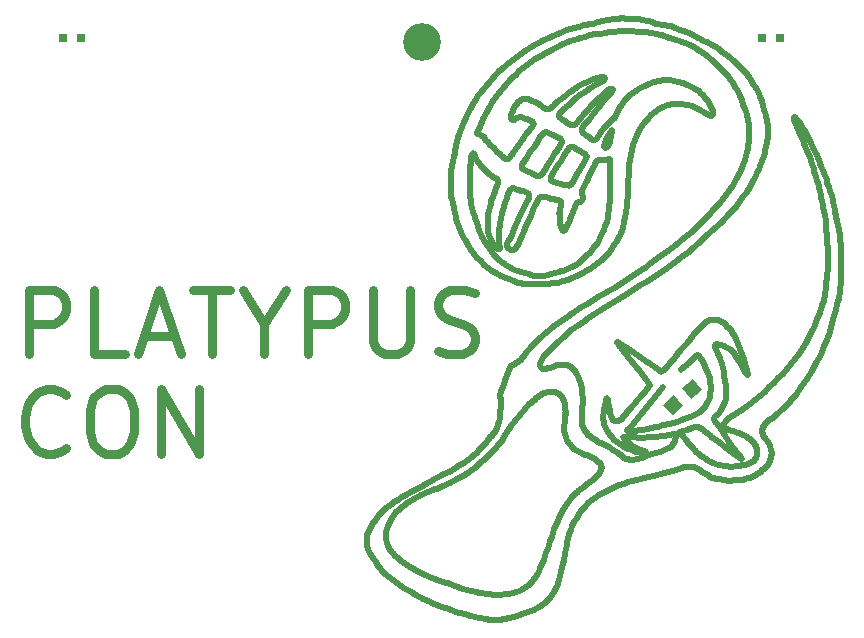
<source format=gts>
G04 #@! TF.FileFunction,Soldermask,Top*
%FSLAX46Y46*%
G04 Gerber Fmt 4.6, Leading zero omitted, Abs format (unit mm)*
G04 Created by KiCad (PCBNEW 4.0.3+e1-6302~38~ubuntu16.04.1-stable) date Sat Aug 27 12:55:36 2016*
%MOMM*%
%LPD*%
G01*
G04 APERTURE LIST*
%ADD10C,0.100000*%
%ADD11C,0.500000*%
%ADD12C,0.800000*%
%ADD13C,3.200000*%
%ADD14R,0.797560X0.797560*%
G04 APERTURE END LIST*
D10*
D11*
X183400000Y-107200000D02*
X180600000Y-110700000D01*
X186450520Y-109404100D02*
X186679420Y-109240000D01*
X186203620Y-109547900D02*
X186450520Y-109404100D01*
X185945920Y-109674400D02*
X186203620Y-109547900D01*
X185684720Y-109786800D02*
X185945920Y-109674400D01*
X185427220Y-109887900D02*
X185684720Y-109786800D01*
X185242320Y-109957600D02*
X185427220Y-109887900D01*
X185180820Y-109980800D02*
X185242320Y-109957600D01*
X185039720Y-110033300D02*
X185180820Y-109980800D01*
X184609720Y-110172200D02*
X185039720Y-110033300D01*
X184018720Y-110337600D02*
X184609720Y-110172200D01*
X183421220Y-110485900D02*
X184018720Y-110337600D01*
X182978020Y-110590500D02*
X183421220Y-110485900D01*
X182830220Y-110625500D02*
X182978020Y-110590500D01*
X182724320Y-110648400D02*
X182830220Y-110625500D01*
X182185220Y-110759000D02*
X182724320Y-110648400D01*
X181646220Y-110851200D02*
X182185220Y-110759000D01*
X181540120Y-110865000D02*
X181646220Y-110851200D01*
X181528320Y-110865900D02*
X181540120Y-110865000D01*
X181492920Y-110870800D02*
X181528320Y-110865900D01*
X181431920Y-110881100D02*
X181492920Y-110870800D01*
X181359720Y-110894400D02*
X181431920Y-110881100D01*
X181278020Y-110910400D02*
X181359720Y-110894400D01*
X181189420Y-110927900D02*
X181278020Y-110910400D01*
X181095620Y-110945800D02*
X181189420Y-110927900D01*
X180999020Y-110963600D02*
X181095620Y-110945800D01*
X180901620Y-110980000D02*
X180999020Y-110963600D01*
X180805820Y-110994400D02*
X180901620Y-110980000D01*
X180713620Y-111005500D02*
X180805820Y-110994400D01*
X180627020Y-111012900D02*
X180713620Y-111005500D01*
X180548420Y-111015300D02*
X180627020Y-111012900D01*
X180480020Y-111011600D02*
X180548420Y-111015300D01*
X180423620Y-111001500D02*
X180480020Y-111011600D01*
X180381520Y-110983600D02*
X180423620Y-111001500D01*
X180360220Y-110964800D02*
X180381520Y-110983600D01*
X180356120Y-110957100D02*
X180360220Y-110964800D01*
X186883020Y-109052600D02*
X187016220Y-108895400D01*
X186679420Y-109240000D02*
X186883020Y-109052600D01*
X167366600Y-87471940D02*
X167366600Y-87471940D01*
X167368980Y-87474440D02*
X167366600Y-87471940D01*
X167375980Y-87482470D02*
X167368980Y-87474440D01*
X167378960Y-87487460D02*
X167375980Y-87482470D01*
X167377440Y-87488110D02*
X167378960Y-87487460D01*
X167373150Y-87485720D02*
X167377440Y-87488110D01*
X167368110Y-87481650D02*
X167373150Y-87485720D01*
X167364090Y-87477100D02*
X167368110Y-87481650D01*
X167362960Y-87473420D02*
X167364090Y-87477100D01*
X167365660Y-87471940D02*
X167362960Y-87473420D01*
X167366600Y-87471940D02*
X167365660Y-87471940D01*
X167399690Y-87530600D02*
X167366600Y-87471940D01*
X167497720Y-87707350D02*
X167399690Y-87530600D01*
X167633850Y-87946240D02*
X167497720Y-87707350D01*
X167786570Y-88192000D02*
X167633850Y-87946240D01*
X167920140Y-88385680D02*
X167786570Y-88192000D01*
X167967440Y-88448180D02*
X167920140Y-88385680D01*
X168010900Y-88503960D02*
X167967440Y-88448180D01*
X168149140Y-88665470D02*
X168010900Y-88503960D01*
X168347390Y-88874120D02*
X168149140Y-88665470D01*
X168558920Y-89072400D02*
X168347390Y-88874120D01*
X168723820Y-89213500D02*
X168558920Y-89072400D01*
X168780420Y-89258600D02*
X168723820Y-89213500D01*
X168798820Y-89274000D02*
X168780420Y-89258600D01*
X168857820Y-89315600D02*
X168798820Y-89274000D01*
X168952420Y-89376300D02*
X168857820Y-89315600D01*
X169056520Y-89440900D02*
X168952420Y-89376300D01*
X169162520Y-89509600D02*
X169056520Y-89440900D01*
X169262720Y-89582600D02*
X169162520Y-89509600D01*
X169349520Y-89660100D02*
X169262720Y-89582600D01*
X169415120Y-89742400D02*
X169349520Y-89660100D01*
X169446920Y-89806900D02*
X169415120Y-89742400D01*
X169452020Y-89829600D02*
X169446920Y-89806900D01*
X169457120Y-89851200D02*
X169452020Y-89829600D01*
X169458620Y-89919600D02*
X169457120Y-89851200D01*
X169442820Y-90021000D02*
X169458620Y-89919600D01*
X169410020Y-90129800D02*
X169442820Y-90021000D01*
X169365820Y-90241800D02*
X169410020Y-90129800D01*
X169315720Y-90352900D02*
X169365820Y-90241800D01*
X169265520Y-90459000D02*
X169315720Y-90352900D01*
X169220720Y-90556200D02*
X169265520Y-90459000D01*
X169194320Y-90618800D02*
X169220720Y-90556200D01*
X169186820Y-90640100D02*
X169194320Y-90618800D01*
X169161720Y-90707300D02*
X169186820Y-90640100D01*
X169088520Y-90909600D02*
X169161720Y-90707300D01*
X168993720Y-91185300D02*
X169088520Y-90909600D01*
X168904320Y-91466600D02*
X168993720Y-91185300D01*
X168822020Y-91752200D02*
X168904320Y-91466600D01*
X168748820Y-92041300D02*
X168822020Y-91752200D01*
X168686320Y-92332800D02*
X168748820Y-92041300D01*
X168636620Y-92625900D02*
X168686320Y-92332800D01*
X168601420Y-92919600D02*
X168636620Y-92625900D01*
X168582620Y-93212700D02*
X168601420Y-92919600D01*
X168581920Y-93504600D02*
X168582620Y-93212700D01*
X168601320Y-93793900D02*
X168581920Y-93504600D01*
X168642620Y-94080000D02*
X168601320Y-93793900D01*
X168707620Y-94361600D02*
X168642620Y-94080000D01*
X168798020Y-94638200D02*
X168707620Y-94361600D01*
X168915920Y-94908300D02*
X168798020Y-94638200D01*
X169023120Y-95107600D02*
X168915920Y-94908300D01*
X169063120Y-95171400D02*
X169023120Y-95107600D01*
X169072520Y-95186100D02*
X169063120Y-95171400D01*
X169101920Y-95229400D02*
X169072520Y-95186100D01*
X169161120Y-95311200D02*
X169101920Y-95229400D01*
X169234920Y-95402500D02*
X169161120Y-95311200D01*
X169317120Y-95489100D02*
X169234920Y-95402500D01*
X169401920Y-95556600D02*
X169317120Y-95489100D01*
X169483120Y-95590900D02*
X169401920Y-95556600D01*
X169554820Y-95577700D02*
X169483120Y-95590900D01*
X169602220Y-95523900D02*
X169554820Y-95577700D01*
X169611020Y-95502900D02*
X169602220Y-95523900D01*
X169618520Y-95483300D02*
X169611020Y-95502900D01*
X169620120Y-95416500D02*
X169618520Y-95483300D01*
X169604420Y-95309600D02*
X169620120Y-95416500D01*
X169578620Y-95202500D02*
X169604420Y-95309600D01*
X169562220Y-95137900D02*
X169578620Y-95202500D01*
X169558020Y-95116200D02*
X169562220Y-95137900D01*
X169553520Y-95070100D02*
X169558020Y-95116200D01*
X169533720Y-94830500D02*
X169553520Y-95070100D01*
X169522720Y-94616400D02*
X169533720Y-94830500D01*
X169522720Y-94545100D02*
X169522720Y-94616400D01*
X169519420Y-94411400D02*
X169522720Y-94545100D01*
X169534820Y-94009700D02*
X169519420Y-94411400D01*
X169593320Y-93481400D02*
X169534820Y-94009700D01*
X169691620Y-92959800D02*
X169593320Y-93481400D01*
X169786720Y-92572900D02*
X169691620Y-92959800D01*
X169823120Y-92445300D02*
X169786720Y-92572900D01*
X169849520Y-92353100D02*
X169823120Y-92445300D01*
X169986520Y-91895000D02*
X169849520Y-92353100D01*
X170141120Y-91446000D02*
X169986520Y-91895000D01*
X170176520Y-91358500D02*
X170141120Y-91446000D01*
X170194620Y-91305700D02*
X170176520Y-91358500D01*
X170244220Y-91145800D02*
X170194620Y-91305700D01*
X170320120Y-90914100D02*
X170244220Y-91145800D01*
X170412620Y-90692800D02*
X170320120Y-90914100D01*
X170494820Y-90551500D02*
X170412620Y-90692800D01*
X170530020Y-90511200D02*
X170494820Y-90551500D01*
X170544620Y-90492800D02*
X170530020Y-90511200D01*
X170600120Y-90447000D02*
X170544620Y-90492800D01*
X170676920Y-90416200D02*
X170600120Y-90447000D01*
X170758620Y-90412100D02*
X170676920Y-90416200D01*
X170843720Y-90428300D02*
X170758620Y-90412100D01*
X170930420Y-90458300D02*
X170843720Y-90428300D01*
X171017120Y-90495600D02*
X170930420Y-90458300D01*
X171102120Y-90533800D02*
X171017120Y-90495600D01*
X171163120Y-90559200D02*
X171102120Y-90533800D01*
X171183920Y-90566500D02*
X171163120Y-90559200D01*
X171232620Y-90584600D02*
X171183920Y-90566500D01*
X171382920Y-90627400D02*
X171232620Y-90584600D01*
X171596920Y-90681500D02*
X171382920Y-90627400D01*
X171807720Y-90742600D02*
X171596920Y-90681500D01*
X171952120Y-90799300D02*
X171807720Y-90742600D01*
X171996820Y-90824300D02*
X171952120Y-90799300D01*
X172019620Y-90837700D02*
X171996820Y-90824300D01*
X172077820Y-90895200D02*
X172019620Y-90837700D01*
X172114520Y-90980900D02*
X172077820Y-90895200D01*
X172115520Y-91076900D02*
X172114520Y-90980900D01*
X172089620Y-91178900D02*
X172115520Y-91076900D01*
X172045420Y-91282700D02*
X172089620Y-91178900D01*
X171991820Y-91383800D02*
X172045420Y-91282700D01*
X171937420Y-91478000D02*
X171991820Y-91383800D01*
X171901820Y-91540000D02*
X171937420Y-91478000D01*
X171890820Y-91561100D02*
X171901820Y-91540000D01*
X171846520Y-91644000D02*
X171890820Y-91561100D01*
X171636720Y-92067700D02*
X171846520Y-91644000D01*
X171435720Y-92491300D02*
X171636720Y-92067700D01*
X171396020Y-92574200D02*
X171435720Y-92491300D01*
X171356220Y-92661700D02*
X171396020Y-92574200D01*
X171152920Y-93099100D02*
X171356220Y-92661700D01*
X170967420Y-93536600D02*
X171152920Y-93099100D01*
X170936520Y-93624100D02*
X170967420Y-93536600D01*
X170913020Y-93683600D02*
X170936520Y-93624100D01*
X170848320Y-93864400D02*
X170913020Y-93683600D01*
X170761920Y-94110000D02*
X170848320Y-93864400D01*
X170665620Y-94351900D02*
X170761920Y-94110000D01*
X170580820Y-94526600D02*
X170665620Y-94351900D01*
X170547720Y-94581900D02*
X170580820Y-94526600D01*
X170534020Y-94606800D02*
X170547720Y-94581900D01*
X170486120Y-94677200D02*
X170534020Y-94606800D01*
X170413720Y-94770700D02*
X170486120Y-94677200D01*
X170339220Y-94864300D02*
X170413720Y-94770700D01*
X170271520Y-94959600D02*
X170339220Y-94864300D01*
X170219520Y-95058300D02*
X170271520Y-94959600D01*
X170192320Y-95162200D02*
X170219520Y-95058300D01*
X170198520Y-95272900D02*
X170192320Y-95162200D01*
X170231020Y-95364800D02*
X170198520Y-95272900D01*
X170247220Y-95392500D02*
X170231020Y-95364800D01*
X170259020Y-95410000D02*
X170247220Y-95392500D01*
X170299820Y-95459300D02*
X170259020Y-95410000D01*
X170363420Y-95520100D02*
X170299820Y-95459300D01*
X170435720Y-95572500D02*
X170363420Y-95520100D01*
X170514520Y-95613400D02*
X170435720Y-95572500D01*
X170597420Y-95640700D02*
X170514520Y-95613400D01*
X170682120Y-95651400D02*
X170597420Y-95640700D01*
X170766420Y-95643200D02*
X170682120Y-95651400D01*
X170829020Y-95623300D02*
X170766420Y-95643200D01*
X170848120Y-95613400D02*
X170829020Y-95623300D01*
X170873020Y-95599600D02*
X170848120Y-95613400D01*
X170940420Y-95544400D02*
X170873020Y-95599600D01*
X171019820Y-95452200D02*
X170940420Y-95544400D01*
X171088520Y-95342700D02*
X171019820Y-95452200D01*
X171148520Y-95222100D02*
X171088520Y-95342700D01*
X171201920Y-95096100D02*
X171148520Y-95222100D01*
X171250720Y-94971100D02*
X171201920Y-95096100D01*
X171297020Y-94852900D02*
X171250720Y-94971100D01*
X171330520Y-94773600D02*
X171297020Y-94852900D01*
X171342920Y-94747700D02*
X171330520Y-94773600D01*
X171378220Y-94664800D02*
X171342920Y-94747700D01*
X171731720Y-93854300D02*
X171378220Y-94664800D01*
X171767120Y-93771500D02*
X171731720Y-93854300D01*
X171823520Y-93643400D02*
X171767120Y-93771500D01*
X171990220Y-93258000D02*
X171823520Y-93643400D01*
X172213320Y-92744600D02*
X171990220Y-93258000D01*
X172443020Y-92238000D02*
X172213320Y-92744600D01*
X172622620Y-91867100D02*
X172443020Y-92238000D01*
X172686120Y-91745300D02*
X172622620Y-91867100D01*
X172698320Y-91721500D02*
X172686120Y-91745300D01*
X172732920Y-91648900D02*
X172698320Y-91721500D01*
X172781920Y-91544100D02*
X172732920Y-91648900D01*
X172835520Y-91438000D02*
X172781920Y-91544100D01*
X172895920Y-91337800D02*
X172835520Y-91438000D01*
X172965520Y-91250400D02*
X172895920Y-91337800D01*
X173046520Y-91183200D02*
X172965520Y-91250400D01*
X173141120Y-91143200D02*
X173046520Y-91183200D01*
X173224520Y-91134300D02*
X173141120Y-91143200D01*
X173251620Y-91137500D02*
X173224520Y-91134300D01*
X173312320Y-91144500D02*
X173251620Y-91137500D01*
X173492920Y-91177200D02*
X173312320Y-91144500D01*
X173737620Y-91234200D02*
X173492920Y-91177200D01*
X173982220Y-91298100D02*
X173737620Y-91234200D01*
X174163020Y-91344500D02*
X173982220Y-91298100D01*
X174223620Y-91358500D02*
X174163020Y-91344500D01*
X174246520Y-91364000D02*
X174223620Y-91358500D01*
X174316120Y-91376500D02*
X174246520Y-91364000D01*
X174416920Y-91392400D02*
X174316120Y-91376500D01*
X174519320Y-91410900D02*
X174416920Y-91392400D01*
X174616820Y-91436700D02*
X174519320Y-91410900D01*
X174702720Y-91474700D02*
X174616820Y-91436700D01*
X174770420Y-91529400D02*
X174702720Y-91474700D01*
X174813120Y-91605700D02*
X174770420Y-91529400D01*
X174825920Y-91683000D02*
X174813120Y-91605700D01*
X174824520Y-91708400D02*
X174825920Y-91683000D01*
X174821220Y-91768800D02*
X174824520Y-91708400D01*
X174789720Y-91948700D02*
X174821220Y-91768800D01*
X174731620Y-92180400D02*
X174789720Y-91948700D01*
X174680420Y-92415600D02*
X174731620Y-92180400D01*
X174662320Y-92603900D02*
X174680420Y-92415600D01*
X174665420Y-92666300D02*
X174662320Y-92603900D01*
X174668820Y-92730600D02*
X174665420Y-92666300D01*
X174682220Y-92923600D02*
X174668820Y-92730600D01*
X174707520Y-93191200D02*
X174682220Y-92923600D01*
X174742420Y-93458900D02*
X174707520Y-93191200D01*
X174775520Y-93652300D02*
X174742420Y-93458900D01*
X174789120Y-93716200D02*
X174775520Y-93652300D01*
X174794020Y-93739800D02*
X174789120Y-93716200D01*
X174814520Y-93809400D02*
X174794020Y-93739800D01*
X174850120Y-93892300D02*
X174814520Y-93809400D01*
X174894420Y-93959700D02*
X174850120Y-93892300D01*
X174945920Y-94006200D02*
X174894420Y-93959700D01*
X175003320Y-94027100D02*
X174945920Y-94006200D01*
X175065020Y-94016600D02*
X175003320Y-94027100D01*
X175129520Y-93970100D02*
X175065020Y-94016600D01*
X175181520Y-93905400D02*
X175129520Y-93970100D01*
X175195620Y-93882100D02*
X175181520Y-93905400D01*
X175229320Y-93825800D02*
X175195620Y-93882100D01*
X175316320Y-93649100D02*
X175229320Y-93825800D01*
X175418720Y-93400800D02*
X175316320Y-93649100D01*
X175511220Y-93148900D02*
X175418720Y-93400800D01*
X175578320Y-92966100D02*
X175511220Y-93148900D01*
X175602020Y-92905800D02*
X175578320Y-92966100D01*
X175637520Y-92822900D02*
X175602020Y-92905800D01*
X175803120Y-92410700D02*
X175637520Y-92822900D01*
X175959920Y-92007800D02*
X175803120Y-92410700D01*
X175990920Y-91929500D02*
X175959920Y-92007800D01*
X176002920Y-91901500D02*
X175990920Y-91929500D01*
X176040120Y-91818100D02*
X176002920Y-91901500D01*
X176092520Y-91729200D02*
X176040120Y-91818100D01*
X176164820Y-91657500D02*
X176092520Y-91729200D01*
X176245120Y-91609800D02*
X176164820Y-91657500D01*
X176273720Y-91597900D02*
X176245120Y-91609800D01*
X176295120Y-91588300D02*
X176273720Y-91597900D01*
X176363120Y-91567200D02*
X176295120Y-91588300D01*
X176445920Y-91545000D02*
X176363120Y-91567200D01*
X176522220Y-91512500D02*
X176445920Y-91545000D01*
X176577420Y-91468500D02*
X176522220Y-91512500D01*
X176591820Y-91450600D02*
X176577420Y-91468500D01*
X176606920Y-91430100D02*
X176591820Y-91450600D01*
X176639520Y-91359200D02*
X176606920Y-91430100D01*
X176656120Y-91265000D02*
X176639520Y-91359200D01*
X176649820Y-91168600D02*
X176656120Y-91265000D01*
X176629320Y-91070700D02*
X176649820Y-91168600D01*
X176603020Y-90971900D02*
X176629320Y-91070700D01*
X176579320Y-90872900D02*
X176603020Y-90971900D01*
X176566920Y-90774400D02*
X176579320Y-90872900D01*
X176569320Y-90700700D02*
X176566920Y-90774400D01*
X176574120Y-90677000D02*
X176569320Y-90700700D01*
X176587920Y-90608600D02*
X176574120Y-90677000D01*
X176658820Y-90409300D02*
X176587920Y-90608600D01*
X176788320Y-90138200D02*
X176658820Y-90409300D01*
X176934420Y-89874000D02*
X176788320Y-90138200D01*
X177037020Y-89689700D02*
X176934420Y-89874000D01*
X177069020Y-89627100D02*
X177037020Y-89689700D01*
X177108720Y-89539500D02*
X177069020Y-89627100D01*
X177506320Y-88696830D02*
X177108720Y-89539500D01*
X177546120Y-88613930D02*
X177506320Y-88696830D01*
X177558020Y-88590820D02*
X177546120Y-88613930D01*
X177590520Y-88519850D02*
X177558020Y-88590820D01*
X177633320Y-88420790D02*
X177590520Y-88519850D01*
X177677720Y-88322210D02*
X177633320Y-88420790D01*
X177727220Y-88229430D02*
X177677720Y-88322210D01*
X177785020Y-88147830D02*
X177727220Y-88229430D01*
X177854320Y-88082890D02*
X177785020Y-88147830D01*
X177938420Y-88039990D02*
X177854320Y-88082890D01*
X178015220Y-88024510D02*
X177938420Y-88039990D01*
X178040920Y-88024510D02*
X178015220Y-88024510D01*
X178066820Y-88024510D02*
X178040920Y-88024510D01*
X178144320Y-88032820D02*
X178066820Y-88024510D01*
X178244120Y-88049860D02*
X178144320Y-88032820D01*
X178344120Y-88063360D02*
X178244120Y-88049860D01*
X178422020Y-88064670D02*
X178344120Y-88063360D01*
X178447420Y-88061360D02*
X178422020Y-88064670D01*
X178487220Y-88056750D02*
X178447420Y-88061360D01*
X178677220Y-88013010D02*
X178487220Y-88056750D01*
X178867220Y-87960070D02*
X178677220Y-88013010D01*
X178906920Y-87950850D02*
X178867220Y-87960070D01*
X178923620Y-88048610D02*
X178906920Y-87950850D01*
X178946920Y-88346570D02*
X178923620Y-88048610D01*
X178948820Y-88754390D02*
X178946920Y-88346570D01*
X178934320Y-89165600D02*
X178948820Y-88754390D01*
X178924520Y-89470200D02*
X178934320Y-89165600D01*
X178924520Y-89571800D02*
X178924520Y-89470200D01*
X178924520Y-89768000D02*
X178924520Y-89571800D01*
X178931220Y-90356900D02*
X178924520Y-89768000D01*
X178929020Y-91022300D02*
X178931220Y-90356900D01*
X178924520Y-91155900D02*
X178929020Y-91022300D01*
X178921220Y-91247200D02*
X178924520Y-91155900D01*
X178908320Y-91521000D02*
X178921220Y-91247200D01*
X178884320Y-91884000D02*
X178908320Y-91521000D01*
X178849420Y-92244400D02*
X178884320Y-91884000D01*
X178800820Y-92601800D02*
X178849420Y-92244400D01*
X178735620Y-92955700D02*
X178800820Y-92601800D01*
X178651220Y-93305800D02*
X178735620Y-92955700D01*
X178544320Y-93651500D02*
X178651220Y-93305800D01*
X178448120Y-93908600D02*
X178544320Y-93651500D01*
X178412020Y-93992500D02*
X178448120Y-93908600D01*
X178379720Y-94065900D02*
X178412020Y-93992500D01*
X178276620Y-94283600D02*
X178379720Y-94065900D01*
X178129020Y-94568700D02*
X178276620Y-94283600D01*
X177969420Y-94847500D02*
X178129020Y-94568700D01*
X177797920Y-95118400D02*
X177969420Y-94847500D01*
X177614820Y-95380700D02*
X177797920Y-95118400D01*
X177420420Y-95633400D02*
X177614820Y-95380700D01*
X177214820Y-95875500D02*
X177420420Y-95633400D01*
X176998120Y-96106100D02*
X177214820Y-95875500D01*
X176770820Y-96324300D02*
X176998120Y-96106100D01*
X176532920Y-96528700D02*
X176770820Y-96324300D01*
X176284720Y-96718900D02*
X176532920Y-96528700D01*
X176026220Y-96893600D02*
X176284720Y-96718900D01*
X175757920Y-97051900D02*
X176026220Y-96893600D01*
X175479820Y-97192800D02*
X175757920Y-97051900D01*
X175192020Y-97315200D02*
X175479820Y-97192800D01*
X174970220Y-97395400D02*
X175192020Y-97315200D01*
X174895220Y-97418600D02*
X174970220Y-97395400D01*
X174818420Y-97442900D02*
X174895220Y-97418600D01*
X174588720Y-97516600D02*
X174818420Y-97442900D01*
X174279120Y-97613400D02*
X174588720Y-97516600D01*
X173966620Y-97701800D02*
X174279120Y-97613400D01*
X173651320Y-97775400D02*
X173966620Y-97701800D01*
X173333720Y-97827500D02*
X173651320Y-97775400D01*
X173013820Y-97851100D02*
X173333720Y-97827500D01*
X172691820Y-97839800D02*
X173013820Y-97851100D01*
X172447620Y-97805500D02*
X172691820Y-97839800D01*
X175081920Y-110978000D02*
X175071920Y-110901800D01*
X175128320Y-111204600D02*
X175081920Y-110978000D01*
X175217720Y-111500400D02*
X175128320Y-111204600D01*
X175340220Y-111782500D02*
X175217720Y-111500400D01*
X175452720Y-111981500D02*
X175340220Y-111782500D01*
X175496120Y-112043900D02*
X175452720Y-111981500D01*
X175538020Y-112107800D02*
X175496120Y-112043900D01*
X175692320Y-112280900D02*
X175538020Y-112107800D01*
X175926820Y-112476600D02*
X175692320Y-112280900D01*
X176184420Y-112644800D02*
X175926820Y-112476600D01*
X176383720Y-112760800D02*
X176184420Y-112644800D01*
X176450420Y-112799100D02*
X176383720Y-112760800D01*
X176476220Y-112813400D02*
X176450420Y-112799100D01*
X176556120Y-112852900D02*
X176476220Y-112813400D01*
X176684120Y-112910900D02*
X176556120Y-112852900D01*
X176830120Y-112973600D02*
X176684120Y-112910900D01*
X176988820Y-113041100D02*
X176830120Y-112973600D01*
X177155620Y-113113900D02*
X176988820Y-113041100D01*
X177325820Y-113192500D02*
X177155620Y-113113900D01*
X177494420Y-113276900D02*
X177325820Y-113192500D01*
X177656620Y-113367800D02*
X177494420Y-113276900D01*
X177807620Y-113465300D02*
X177656620Y-113367800D01*
X177942620Y-113569800D02*
X177807620Y-113465300D01*
X178056820Y-113681800D02*
X177942620Y-113569800D01*
X178145220Y-113801400D02*
X178056820Y-113681800D01*
X178203420Y-113929300D02*
X178145220Y-113801400D01*
X178226320Y-114065500D02*
X178203420Y-113929300D01*
X178209020Y-114210500D02*
X178226320Y-114065500D01*
X178166620Y-114328400D02*
X178209020Y-114210500D01*
X178146920Y-114364700D02*
X178166620Y-114328400D01*
X178109420Y-114436100D02*
X178146920Y-114364700D01*
X177971320Y-114637100D02*
X178109420Y-114436100D01*
X177756220Y-114878700D02*
X177971320Y-114637100D01*
X177511620Y-115097100D02*
X177756220Y-114878700D01*
X177247920Y-115299400D02*
X177511620Y-115097100D01*
X176974920Y-115493300D02*
X177247920Y-115299400D01*
X176703020Y-115685700D02*
X176974920Y-115493300D01*
X176442320Y-115884300D02*
X176703020Y-115685700D01*
X176259920Y-116040200D02*
X176442320Y-115884300D01*
X176203020Y-116096100D02*
X176259920Y-116040200D01*
X176083720Y-116213400D02*
X176203020Y-116096100D01*
X175748720Y-116588900D02*
X176083720Y-116213400D01*
X175339120Y-117123000D02*
X175748720Y-116588900D01*
X174972720Y-117691800D02*
X175339120Y-117123000D01*
X174723820Y-118136400D02*
X174972720Y-117691800D01*
X174647720Y-118288000D02*
X174723820Y-118136400D01*
X174608820Y-118365800D02*
X174647720Y-118288000D01*
X174498720Y-118602300D02*
X174608820Y-118365800D01*
X174361620Y-118922900D02*
X174498720Y-118602300D01*
X174234520Y-119248700D02*
X174361620Y-118922900D01*
X174115120Y-119578600D02*
X174234520Y-119248700D01*
X174001320Y-119911500D02*
X174115120Y-119578600D01*
X173891320Y-120246400D02*
X174001320Y-119911500D01*
X173782720Y-120581900D02*
X173891320Y-120246400D01*
X173673620Y-120917500D02*
X173782720Y-120581900D01*
X173561620Y-121251600D02*
X173673620Y-120917500D01*
X173445020Y-121583400D02*
X173561620Y-121251600D01*
X173321520Y-121911800D02*
X173445020Y-121583400D01*
X173188820Y-122235700D02*
X173321520Y-121911800D01*
X173045220Y-122553900D02*
X173188820Y-122235700D01*
X172888420Y-122865400D02*
X173045220Y-122553900D01*
X172716320Y-123169100D02*
X172888420Y-122865400D01*
X172576520Y-123391800D02*
X172716320Y-123169100D01*
X172527020Y-123464000D02*
X172576520Y-123391800D01*
X172479920Y-123534000D02*
X172527020Y-123464000D01*
X172322520Y-123733000D02*
X172479920Y-123534000D01*
X172095120Y-123968000D02*
X172322520Y-123733000D01*
X171847220Y-124170700D02*
X172095120Y-123968000D01*
X171580920Y-124342700D02*
X171847220Y-124170700D01*
X171298720Y-124485900D02*
X171580920Y-124342700D01*
X171002920Y-124602200D02*
X171298720Y-124485900D01*
X170695820Y-124693000D02*
X171002920Y-124602200D01*
X170379820Y-124760400D02*
X170695820Y-124693000D01*
X170057120Y-124805900D02*
X170379820Y-124760400D01*
X169730120Y-124831400D02*
X170057120Y-124805900D01*
X169401120Y-124838400D02*
X169730120Y-124831400D01*
X169072520Y-124829100D02*
X169401120Y-124838400D01*
X168746620Y-124805000D02*
X169072520Y-124829100D01*
X168425720Y-124767800D02*
X168746620Y-124805000D01*
X168112190Y-124719300D02*
X168425720Y-124767800D01*
X167884070Y-124677100D02*
X168112190Y-124719300D01*
X167808370Y-124661400D02*
X167884070Y-124677100D01*
X167640410Y-124627100D02*
X167808370Y-124661400D01*
X167141220Y-124501400D02*
X167640410Y-124627100D01*
X166487300Y-124306600D02*
X167141220Y-124501400D01*
X165840070Y-124091400D02*
X166487300Y-124306600D01*
X165354760Y-123924400D02*
X165840070Y-124091400D01*
X165192820Y-123869300D02*
X165354760Y-123924400D01*
X165029900Y-123810400D02*
X165192820Y-123869300D01*
X164538620Y-123640700D02*
X165029900Y-123810400D01*
X163882820Y-123408700D02*
X164538620Y-123640700D01*
X163236930Y-123149100D02*
X163882820Y-123408700D01*
X162764110Y-122923600D02*
X163236930Y-123149100D01*
X162612580Y-122837900D02*
X162764110Y-122923600D01*
X162539820Y-122798200D02*
X162612580Y-122837900D01*
X162322110Y-122678300D02*
X162539820Y-122798200D01*
X162035150Y-122515500D02*
X162322110Y-122678300D01*
X161753580Y-122345700D02*
X162035150Y-122515500D01*
X161479280Y-122165500D02*
X161753580Y-122345700D01*
X161214080Y-121971500D02*
X161479280Y-122165500D01*
X160959860Y-121760300D02*
X161214080Y-121971500D01*
X160718480Y-121528200D02*
X160959860Y-121760300D01*
X160545680Y-121338400D02*
X160718480Y-121528200D01*
X160491860Y-121272100D02*
X160545680Y-121338400D01*
X160440320Y-121208300D02*
X160491860Y-121272100D01*
X160302030Y-121003900D02*
X160440320Y-121208300D01*
X160156300Y-120725000D02*
X160302030Y-121003900D01*
X160054100Y-120437100D02*
X160156300Y-120725000D01*
X159994790Y-120141600D02*
X160054100Y-120437100D01*
X159977710Y-119840100D02*
X159994790Y-120141600D01*
X160002220Y-119534000D02*
X159977710Y-119840100D01*
X160067760Y-119225000D02*
X160002220Y-119534000D01*
X160142960Y-118990300D02*
X160067760Y-119225000D01*
X160173720Y-118914400D02*
X160142960Y-118990300D01*
X160203940Y-118844400D02*
X160173720Y-118914400D01*
X160308050Y-118640300D02*
X160203940Y-118844400D01*
X160469730Y-118372100D02*
X160308050Y-118640300D01*
X160654620Y-118112600D02*
X160469730Y-118372100D01*
X160858510Y-117864400D02*
X160654620Y-118112600D01*
X161077370Y-117630000D02*
X160858510Y-117864400D01*
X161306970Y-117412100D02*
X161077370Y-117630000D01*
X161543190Y-117212900D02*
X161306970Y-117412100D01*
X161720910Y-117077900D02*
X161543190Y-117212900D01*
X161781960Y-117035500D02*
X161720910Y-117077900D01*
X161918290Y-116944100D02*
X161781960Y-117035500D01*
X162345280Y-116696800D02*
X161918290Y-116944100D01*
X162921820Y-116411500D02*
X162345280Y-116696800D01*
X163511660Y-116157500D02*
X162921820Y-116411500D01*
X163964030Y-115973400D02*
X163511660Y-116157500D01*
X164114800Y-115911900D02*
X163964030Y-115973400D01*
X164277030Y-115842900D02*
X164114800Y-115911900D01*
X164760640Y-115628400D02*
X164277030Y-115842900D01*
X165398220Y-115329400D02*
X164760640Y-115628400D01*
X166025870Y-115013200D02*
X165398220Y-115329400D01*
X166489410Y-114764300D02*
X166025870Y-115013200D01*
X166641980Y-114677900D02*
X166489410Y-114764300D01*
X166719180Y-114633300D02*
X166641980Y-114677900D01*
X166946290Y-114491500D02*
X166719180Y-114633300D01*
X167237580Y-114292500D02*
X166946290Y-114491500D01*
X167517690Y-114081800D02*
X167237580Y-114292500D01*
X167788470Y-113860400D02*
X167517690Y-114081800D01*
X168051820Y-113629700D02*
X167788470Y-113860400D01*
X168309570Y-113390500D02*
X168051820Y-113629700D01*
X168563620Y-113143900D02*
X168309570Y-113390500D01*
X168753120Y-112954700D02*
X168563620Y-113143900D01*
X168815720Y-112891100D02*
X168753120Y-112954700D01*
X168875020Y-112832700D02*
X168815720Y-112891100D01*
X169050720Y-112655400D02*
X168875020Y-112832700D01*
X169277420Y-112414600D02*
X169050720Y-112655400D01*
X169494220Y-112163300D02*
X169277420Y-112414600D01*
X169650220Y-111964700D02*
X169494220Y-112163300D01*
X169699420Y-111896500D02*
X169650220Y-111964700D01*
X169765620Y-111799700D02*
X169699420Y-111896500D01*
X170079320Y-111307100D02*
X169765620Y-111799700D01*
X170393020Y-110814300D02*
X170079320Y-111307100D01*
X170459320Y-110717600D02*
X170393020Y-110814300D01*
X170558420Y-110573000D02*
X170459320Y-110717600D01*
X170864920Y-110145700D02*
X170558420Y-110573000D01*
X171292120Y-109596400D02*
X170864920Y-110145700D01*
X171749120Y-109078000D02*
X171292120Y-109596400D01*
X172115220Y-108713200D02*
X171749120Y-109078000D01*
X172244220Y-108599400D02*
X172115220Y-108713200D01*
X172270520Y-108575500D02*
X172244220Y-108599400D01*
X172349520Y-108504300D02*
X172270520Y-108575500D01*
X172459920Y-108406500D02*
X172349520Y-108504300D01*
X172575220Y-108307900D02*
X172459920Y-108406500D01*
X172694820Y-108210000D02*
X172575220Y-108307900D01*
X172818720Y-108114600D02*
X172694820Y-108210000D01*
X172946320Y-108023300D02*
X172818720Y-108114600D01*
X173077420Y-107938000D02*
X172946320Y-108023300D01*
X173211820Y-107860200D02*
X173077420Y-107938000D01*
X173349120Y-107791800D02*
X173211820Y-107860200D01*
X173489020Y-107734300D02*
X173349120Y-107791800D01*
X173631120Y-107689400D02*
X173489020Y-107734300D01*
X173775120Y-107659000D02*
X173631120Y-107689400D01*
X173920920Y-107644700D02*
X173775120Y-107659000D01*
X174068020Y-107648200D02*
X173920920Y-107644700D01*
X174216120Y-107671100D02*
X174068020Y-107648200D01*
X174328720Y-107701800D02*
X174216120Y-107671100D01*
X174365020Y-107715100D02*
X174328720Y-107701800D01*
X174398720Y-107727600D02*
X174365020Y-107715100D01*
X174496320Y-107773900D02*
X174398720Y-107727600D01*
X174613020Y-107845700D02*
X174496320Y-107773900D01*
X174715620Y-107929400D02*
X174613020Y-107845700D01*
X174805120Y-108024000D02*
X174715620Y-107929400D01*
X174882520Y-108128000D02*
X174805120Y-108024000D01*
X174948420Y-108240700D02*
X174882520Y-108128000D01*
X175003820Y-108360500D02*
X174948420Y-108240700D01*
X175049820Y-108486500D02*
X175003820Y-108360500D01*
X175087020Y-108617500D02*
X175049820Y-108486500D01*
X175116520Y-108752200D02*
X175087020Y-108617500D01*
X175138820Y-108889600D02*
X175116520Y-108752200D01*
X175155220Y-109028400D02*
X175138820Y-108889600D01*
X175166520Y-109167600D02*
X175155220Y-109028400D01*
X175173420Y-109306100D02*
X175166520Y-109167600D01*
X175176920Y-109442300D02*
X175173420Y-109306100D01*
X175177920Y-109542300D02*
X175176920Y-109442300D01*
X175177920Y-109575700D02*
X175177920Y-109542300D01*
X175068620Y-110819000D02*
X175076120Y-110570300D01*
X168692020Y-126945400D02*
X168692020Y-126945400D01*
X168712320Y-126945400D02*
X168692020Y-126945400D01*
X168773020Y-126945400D02*
X168712320Y-126945400D01*
X168831920Y-126945400D02*
X168773020Y-126945400D01*
X168871220Y-126945400D02*
X168831920Y-126945400D01*
X168893320Y-126945400D02*
X168871220Y-126945400D01*
X168900620Y-126945400D02*
X168893320Y-126945400D01*
X168895420Y-126945400D02*
X168900620Y-126945400D01*
X168880420Y-126945400D02*
X168895420Y-126945400D01*
X168857720Y-126945400D02*
X168880420Y-126945400D01*
X168829820Y-126945400D02*
X168857720Y-126945400D01*
X168799120Y-126945400D02*
X168829820Y-126945400D01*
X168768220Y-126945400D02*
X168799120Y-126945400D01*
X168739220Y-126945400D02*
X168768220Y-126945400D01*
X168714720Y-126945400D02*
X168739220Y-126945400D01*
X168697120Y-126945400D02*
X168714720Y-126945400D01*
X168688720Y-126945400D02*
X168697120Y-126945400D01*
X168691220Y-126945400D02*
X168688720Y-126945400D01*
X168692020Y-126945400D02*
X168691220Y-126945400D01*
X168740620Y-126945400D02*
X168692020Y-126945400D01*
X168886520Y-126948200D02*
X168740620Y-126945400D01*
X169085220Y-126953400D02*
X168886520Y-126948200D01*
X169287220Y-126957100D02*
X169085220Y-126953400D01*
X169491720Y-126954600D02*
X169287220Y-126957100D01*
X169495320Y-110327900D02*
X169505020Y-110275500D01*
X196108620Y-102394100D02*
X196281220Y-102012100D01*
X196049520Y-102520800D02*
X196108620Y-102394100D01*
X195989420Y-102646200D02*
X196049520Y-102520800D01*
X195798020Y-103017300D02*
X195989420Y-102646200D01*
X195528020Y-103499000D02*
X195798020Y-103017300D01*
X195240520Y-103966200D02*
X195528020Y-103499000D01*
X194936320Y-104419700D02*
X195240520Y-103966200D01*
X194616620Y-104860100D02*
X194936320Y-104419700D01*
X194282220Y-105287900D02*
X194616620Y-104860100D01*
X193934020Y-105703700D02*
X194282220Y-105287900D01*
X193573120Y-106108000D02*
X193934020Y-105703700D01*
X193200420Y-106501600D02*
X193573120Y-106108000D01*
X192816820Y-106885000D02*
X193200420Y-106501600D01*
X192423320Y-107258900D02*
X192816820Y-106885000D01*
X192020920Y-107623600D02*
X192423320Y-107258900D01*
X191610520Y-107980000D02*
X192020920Y-107623600D01*
X191193120Y-108328600D02*
X191610520Y-107980000D01*
X190769720Y-108669800D02*
X191193120Y-108328600D01*
X190448820Y-108921600D02*
X190769720Y-108669800D01*
X190341220Y-109004600D02*
X190448820Y-108921600D01*
X190290920Y-109043000D02*
X190341220Y-109004600D01*
X190135620Y-109152800D02*
X190290920Y-109043000D01*
X189919820Y-109295800D02*
X190135620Y-109152800D01*
X189698120Y-109437100D02*
X189919820Y-109295800D01*
X189475220Y-109580100D02*
X189698120Y-109437100D01*
X189255620Y-109728300D02*
X189475220Y-109580100D01*
X189043820Y-109885300D02*
X189255620Y-109728300D01*
X188844520Y-110054100D02*
X189043820Y-109885300D01*
X188705420Y-110190200D02*
X188844520Y-110054100D01*
X188662320Y-110238700D02*
X188705420Y-110190200D01*
X188640220Y-110263200D02*
X188662320Y-110238700D01*
X188582920Y-110344800D02*
X188640220Y-110263200D01*
X188541520Y-110442200D02*
X188582920Y-110344800D01*
X188534520Y-110530400D02*
X188541520Y-110442200D01*
X188558420Y-110609400D02*
X188534520Y-110530400D01*
X188609720Y-110678900D02*
X188558420Y-110609400D01*
X188684720Y-110738600D02*
X188609720Y-110678900D01*
X188779920Y-110788400D02*
X188684720Y-110738600D01*
X188863420Y-110819800D02*
X188779920Y-110788400D01*
X188892020Y-110828200D02*
X188863420Y-110819800D01*
X188971620Y-110855800D02*
X188892020Y-110828200D01*
X189366920Y-110977700D02*
X188971620Y-110855800D01*
X189753620Y-111109000D02*
X189366920Y-110977700D01*
X189828720Y-111141200D02*
X189753620Y-111109000D01*
X189879020Y-111164000D02*
X189828720Y-111141200D01*
X190030120Y-111231600D02*
X189879020Y-111164000D01*
X190233720Y-111325700D02*
X190030120Y-111231600D01*
X190435420Y-111427200D02*
X190233720Y-111325700D01*
X190630520Y-111539600D02*
X190435420Y-111427200D01*
X190814920Y-111666600D02*
X190630520Y-111539600D01*
X190984320Y-111812100D02*
X190814920Y-111666600D01*
X191134120Y-111979600D02*
X190984320Y-111812100D01*
X191232720Y-112122200D02*
X191134120Y-111979600D01*
X191260220Y-112172700D02*
X191232720Y-112122200D01*
X191276920Y-112205800D02*
X191260220Y-112172700D01*
X191319720Y-112308600D02*
X191276920Y-112205800D01*
X191364820Y-112452200D02*
X191319720Y-112308600D01*
X191394720Y-112600400D02*
X191364820Y-112452200D01*
X191408120Y-112750700D02*
X191394720Y-112600400D01*
X191404320Y-112900000D02*
X191408120Y-112750700D01*
X191381920Y-113045700D02*
X191404320Y-112900000D01*
X191340120Y-113184800D02*
X191381920Y-113045700D01*
X191295920Y-113283900D02*
X191340120Y-113184800D01*
X191277920Y-113314800D02*
X191295920Y-113283900D01*
X191250420Y-113358600D02*
X191277920Y-113314800D01*
X191145820Y-113476100D02*
X191250420Y-113358600D01*
X190980520Y-113604300D02*
X191145820Y-113476100D01*
X190789820Y-113704000D02*
X190980520Y-113604300D01*
X190581920Y-113779800D02*
X190789820Y-113704000D01*
X190365020Y-113836800D02*
X190581920Y-113779800D01*
X190147020Y-113879400D02*
X190365020Y-113836800D01*
X189936120Y-113912600D02*
X190147020Y-113879400D01*
X189789320Y-113933700D02*
X189936120Y-113912600D01*
X189740420Y-113941100D02*
X189789320Y-113933700D01*
X189614720Y-113961600D02*
X189740420Y-113941100D01*
X189231320Y-113983900D02*
X189614720Y-113961600D01*
X188717420Y-113952500D02*
X189231320Y-113983900D01*
X188206920Y-113855500D02*
X188717420Y-113952500D01*
X187830420Y-113746400D02*
X188206920Y-113855500D01*
X187707920Y-113701600D02*
X187830420Y-113746400D01*
X187650920Y-113680700D02*
X187707920Y-113701600D01*
X187484420Y-113606400D02*
X187650920Y-113680700D01*
X187265020Y-113489100D02*
X187484420Y-113606400D01*
X187050620Y-113353900D02*
X187265020Y-113489100D01*
X186841920Y-113204300D02*
X187050620Y-113353900D01*
X186639920Y-113044300D02*
X186841920Y-113204300D01*
X186445420Y-112877900D02*
X186639920Y-113044300D01*
X186259120Y-112708900D02*
X186445420Y-112877900D01*
X186125920Y-112583400D02*
X186259120Y-112708900D01*
X186082020Y-112541100D02*
X186125920Y-112583400D01*
X186035420Y-112499400D02*
X186082020Y-112541100D01*
X185905420Y-112363200D02*
X186035420Y-112499400D01*
X185741920Y-112168200D02*
X185905420Y-112363200D01*
X185584920Y-111966100D02*
X185741920Y-112168200D01*
X185468320Y-111816400D02*
X185584920Y-111966100D01*
X185428120Y-111767500D02*
X185468320Y-111816400D01*
X185375120Y-111707600D02*
X185428120Y-111767500D01*
X185092320Y-111426800D02*
X185375120Y-111707600D01*
X184809720Y-111145900D02*
X185092320Y-111426800D01*
X184756620Y-111086100D02*
X184809720Y-111145900D01*
X184818420Y-111063000D02*
X184756620Y-111086100D01*
X185136520Y-110959300D02*
X184818420Y-111063000D01*
X185454720Y-110865000D02*
X185136520Y-110959300D01*
X185516520Y-110846500D02*
X185454720Y-110865000D01*
X185564720Y-110832200D02*
X185516520Y-110846500D01*
X185707620Y-110783200D02*
X185564720Y-110832200D01*
X185905420Y-110713000D02*
X185707620Y-110783200D01*
X186103020Y-110649700D02*
X185905420Y-110713000D01*
X186245920Y-110614300D02*
X186103020Y-110649700D01*
X186294120Y-110607100D02*
X186245920Y-110614300D01*
X186333420Y-110603900D02*
X186294120Y-110607100D01*
X186454520Y-110630100D02*
X186333420Y-110603900D01*
X186596820Y-110708400D02*
X186454520Y-110630100D01*
X186729020Y-110814300D02*
X186596820Y-110708400D01*
X186825620Y-110895400D02*
X186729020Y-110814300D01*
X186859720Y-110920300D02*
X186825620Y-110895400D01*
X186912620Y-110961600D02*
X186859720Y-110920300D01*
X187186620Y-111178000D02*
X186912620Y-110961600D01*
X187460520Y-111394600D02*
X187186620Y-111178000D01*
X187513620Y-111435900D02*
X187460520Y-111394600D01*
X187670220Y-111561100D02*
X187513620Y-111435900D01*
X188137620Y-111940100D02*
X187670220Y-111561100D01*
X188768320Y-112444400D02*
X188137620Y-111940100D01*
X189412320Y-112927900D02*
X188768320Y-112444400D01*
X189906220Y-113265900D02*
X189412320Y-112927900D01*
X190076120Y-113370100D02*
X189906220Y-113265900D01*
X190072620Y-113349800D02*
X190076120Y-113370100D01*
X190051220Y-113290900D02*
X190072620Y-113349800D01*
X190006820Y-113207200D02*
X190051220Y-113290900D01*
X189947720Y-113120700D02*
X190006820Y-113207200D01*
X189879520Y-113033900D02*
X189947720Y-113120700D01*
X189807020Y-112948700D02*
X189879520Y-113033900D01*
X189735620Y-112867500D02*
X189807020Y-112948700D01*
X189670420Y-112792300D02*
X189735620Y-112867500D01*
X189629420Y-112742500D02*
X189670420Y-112792300D01*
X189616620Y-112725400D02*
X189629420Y-112742500D01*
X189572420Y-112665500D02*
X189616620Y-112725400D01*
X189130520Y-112053000D02*
X189572420Y-112665500D01*
X189086320Y-111988600D02*
X189130520Y-112053000D01*
X188998020Y-111864100D02*
X189086320Y-111988600D01*
X188569520Y-111221800D02*
X188998020Y-111864100D01*
X188158620Y-110570300D02*
X188569520Y-111221800D01*
X188079120Y-110441400D02*
X188158620Y-110570300D01*
X188069420Y-110427300D02*
X188079120Y-110441400D01*
X188038620Y-110386600D02*
X188069420Y-110427300D01*
X187986820Y-110321200D02*
X188038620Y-110386600D01*
X187929320Y-110248600D02*
X187986820Y-110321200D01*
X187871320Y-110171900D02*
X187929320Y-110248600D01*
X187818420Y-110094300D02*
X187871320Y-110171900D01*
X187775920Y-110019100D02*
X187818420Y-110094300D01*
X187749020Y-109949600D02*
X187775920Y-110019100D01*
X187741520Y-109903600D02*
X187749020Y-109949600D01*
X187743320Y-109888700D02*
X187741520Y-109903600D01*
X187745120Y-109876900D02*
X187743320Y-109888700D01*
X187762920Y-109843300D02*
X187745120Y-109876900D01*
X187804320Y-109791800D02*
X187762920Y-109843300D01*
X187860920Y-109736200D02*
X187804320Y-109791800D01*
X187926620Y-109679100D02*
X187860920Y-109736200D01*
X187994720Y-109623000D02*
X187926620Y-109679100D01*
X188058820Y-109570100D02*
X187994720Y-109623000D01*
X188112720Y-109522700D02*
X188058820Y-109570100D01*
X188141620Y-109494100D02*
X188112720Y-109522700D01*
X188149820Y-109483400D02*
X188141620Y-109494100D01*
X188207320Y-109416500D02*
X188149820Y-109483400D01*
X188357720Y-109196200D02*
X188207320Y-109416500D01*
X188527420Y-108871100D02*
X188357720Y-109196200D01*
X188654320Y-108525100D02*
X188527420Y-108871100D01*
X188719420Y-108264000D02*
X188654320Y-108525100D01*
X188733020Y-108175700D02*
X188719420Y-108264000D01*
X188746220Y-108085900D02*
X188733020Y-108175700D01*
X188769720Y-107813900D02*
X188746220Y-108085900D01*
X188775020Y-107450400D02*
X188769720Y-107813900D01*
X188750420Y-107090400D02*
X188775020Y-107450400D01*
X188714420Y-106826100D02*
X188750420Y-107090400D01*
X188697620Y-106738900D02*
X188714420Y-106826100D01*
X188680920Y-106645000D02*
X188697620Y-106738900D01*
X188633020Y-106363000D02*
X188680920Y-106645000D01*
X188565120Y-105983700D02*
X188633020Y-106363000D01*
X188483820Y-105604400D02*
X188565120Y-105983700D01*
X188409320Y-105321200D02*
X188483820Y-105604400D01*
X188379520Y-105228400D02*
X188409320Y-105321200D01*
X188357420Y-105159400D02*
X188379520Y-105228400D01*
X188235920Y-104823300D02*
X188357420Y-105159400D01*
X188105520Y-104487200D02*
X188235920Y-104823300D01*
X188079120Y-104418000D02*
X188105520Y-104487200D01*
X188073120Y-104401500D02*
X188079120Y-104418000D01*
X188051820Y-104353300D02*
X188073120Y-104401500D01*
X188012720Y-104272800D02*
X188051820Y-104353300D01*
X187967220Y-104181400D02*
X188012720Y-104272800D01*
X187919920Y-104084100D02*
X187967220Y-104181400D01*
X187876120Y-103986200D02*
X187919920Y-104084100D01*
X187840520Y-103892200D02*
X187876120Y-103986200D01*
X187818120Y-103807300D02*
X187840520Y-103892200D01*
X187812220Y-103754000D02*
X187818120Y-103807300D01*
X187814020Y-103736600D02*
X187812220Y-103754000D01*
X187816220Y-103723600D02*
X187814020Y-103736600D01*
X187832720Y-103686100D02*
X187816220Y-103723600D01*
X187867420Y-103650800D02*
X187832720Y-103686100D01*
X187916220Y-103629400D02*
X187867420Y-103650800D01*
X187976920Y-103620300D02*
X187916220Y-103629400D01*
X188047220Y-103621900D02*
X187976920Y-103620300D01*
X188125220Y-103632900D02*
X188047220Y-103621900D01*
X188208720Y-103651600D02*
X188125220Y-103632900D01*
X188295520Y-103676600D02*
X188208720Y-103651600D01*
X188383620Y-103706500D02*
X188295520Y-103676600D01*
X188470820Y-103739400D02*
X188383620Y-103706500D01*
X188555120Y-103774100D02*
X188470820Y-103739400D01*
X188634120Y-103809000D02*
X188555120Y-103774100D01*
X188705920Y-103842600D02*
X188634120Y-103809000D01*
X188768420Y-103873400D02*
X188705920Y-103842600D01*
X188819320Y-103900000D02*
X188768420Y-103873400D01*
X188847520Y-103915400D02*
X188819320Y-103900000D01*
X188856820Y-103920700D02*
X188847520Y-103915400D01*
X188934820Y-103971500D02*
X188856820Y-103920700D01*
X189155520Y-104145000D02*
X188934820Y-103971500D01*
X189417720Y-104401900D02*
X189155520Y-104145000D01*
X189646920Y-104690000D02*
X189417720Y-104401900D01*
X189800620Y-104925800D02*
X189646920Y-104690000D01*
X189846320Y-105007500D02*
X189800620Y-104925800D01*
X189877320Y-105067300D02*
X189846320Y-105007500D01*
X190217420Y-105665900D02*
X189877320Y-105067300D01*
X190252920Y-105725800D02*
X190217420Y-105665900D01*
X190259520Y-105737600D02*
X190252920Y-105725800D01*
X190277420Y-105774400D02*
X190259520Y-105737600D01*
X190310520Y-105845000D02*
X190277420Y-105774400D01*
X190350620Y-105928600D02*
X190310520Y-105845000D01*
X190396520Y-106015900D02*
X190350620Y-105928600D01*
X190446320Y-106098200D02*
X190396520Y-106015900D01*
X190498820Y-106166200D02*
X190446320Y-106098200D01*
X190552620Y-106210900D02*
X190498820Y-106166200D01*
X190593420Y-106224800D02*
X190552620Y-106210900D01*
X190606220Y-106223300D02*
X190593420Y-106224800D01*
X190589320Y-106110000D02*
X190606220Y-106223300D01*
X190519020Y-105772800D02*
X190589320Y-106110000D01*
X190398720Y-105313700D02*
X190519020Y-105772800D01*
X190258320Y-104858200D02*
X190398720Y-105313700D01*
X190148820Y-104527900D02*
X190258320Y-104858200D01*
X190111520Y-104418000D02*
X190148820Y-104527900D01*
X190071820Y-104311100D02*
X190111520Y-104418000D01*
X189950820Y-103990700D02*
X190071820Y-104311100D01*
X189780120Y-103568400D02*
X189950820Y-103990700D01*
X189589520Y-103156600D02*
X189780120Y-103568400D01*
X189428620Y-102856600D02*
X189589520Y-103156600D01*
X189369120Y-102760300D02*
X189428620Y-102856600D01*
X189342420Y-102718600D02*
X189369120Y-102760300D01*
X189259720Y-102594800D02*
X189342420Y-102718600D01*
X189143020Y-102431900D02*
X189259720Y-102594800D01*
X189018420Y-102273600D02*
X189143020Y-102431900D01*
X188885420Y-102122500D02*
X189018420Y-102273600D01*
X188743120Y-101980800D02*
X188885420Y-102122500D01*
X188591320Y-101851100D02*
X188743120Y-101980800D01*
X188429020Y-101735500D02*
X188591320Y-101851100D01*
X188300220Y-101659000D02*
X188429020Y-101735500D01*
X188255820Y-101636600D02*
X188300220Y-101659000D01*
X188215920Y-101616600D02*
X188255820Y-101636600D01*
X188089420Y-101570500D02*
X188215920Y-101616600D01*
X187922220Y-101536500D02*
X188089420Y-101570500D01*
X187755020Y-101531800D02*
X187922220Y-101536500D01*
X187588720Y-101553700D02*
X187755020Y-101531800D01*
X187424020Y-101600000D02*
X187588720Y-101553700D01*
X187261620Y-101667700D02*
X187424020Y-101600000D01*
X187102720Y-101754600D02*
X187261620Y-101667700D01*
X186985620Y-101830400D02*
X187102720Y-101754600D01*
X169682020Y-108281600D02*
X169666220Y-108074400D01*
X167226290Y-113137200D02*
X167477370Y-112938900D01*
X170092320Y-87922360D02*
X170194420Y-87965600D01*
X169953420Y-87828780D02*
X170092320Y-87922360D01*
X169824420Y-87717990D02*
X169953420Y-87828780D01*
X169744220Y-87643560D02*
X169824420Y-87717990D01*
X169717020Y-87619310D02*
X169744220Y-87643560D01*
X169636520Y-87552830D02*
X169717020Y-87619310D01*
X169402520Y-87344130D02*
X169636520Y-87552830D01*
X169096320Y-87048220D02*
X169402520Y-87344130D01*
X168800020Y-86738560D02*
X169096320Y-87048220D01*
X168585420Y-86502060D02*
X168800020Y-86738560D01*
X168515320Y-86422030D02*
X168585420Y-86502060D01*
X168481820Y-86383620D02*
X168515320Y-86422030D01*
X168384620Y-86265740D02*
X168481820Y-86383620D01*
X168252390Y-86111170D02*
X168384620Y-86265740D01*
X168110190Y-85973850D02*
X168252390Y-86111170D01*
X167992510Y-85889970D02*
X168110190Y-85973850D01*
X167949760Y-85869400D02*
X167992510Y-85889970D01*
X167934140Y-85865330D02*
X167949760Y-85869400D01*
X167886230Y-85857580D02*
X167934140Y-85865330D01*
X167812780Y-85844070D02*
X167886230Y-85857580D01*
X167745930Y-85820190D02*
X167812780Y-85844070D01*
X167708550Y-85790250D02*
X167745930Y-85820190D01*
X167702370Y-85777330D02*
X167708550Y-85790250D01*
X167698620Y-85769580D02*
X167702370Y-85777330D01*
X167696830Y-85741750D02*
X167698620Y-85769580D01*
X167704540Y-85693250D02*
X167696830Y-85741750D01*
X167722220Y-85636120D02*
X167704540Y-85693250D01*
X167746530Y-85574710D02*
X167722220Y-85636120D01*
X167774140Y-85513240D02*
X167746530Y-85574710D01*
X167801760Y-85456110D02*
X167774140Y-85513240D01*
X167826070Y-85407600D02*
X167801760Y-85456110D01*
X167839470Y-85380960D02*
X167826070Y-85407600D01*
X167843750Y-85372070D02*
X167839470Y-85380960D01*
X167901150Y-85238500D02*
X167843750Y-85372070D01*
X168203780Y-84573130D02*
X167901150Y-85238500D01*
X168533020Y-83916880D02*
X168203780Y-84573130D01*
X168603720Y-83787970D02*
X168533020Y-83916880D01*
X168708920Y-83602810D02*
X168603720Y-83787970D01*
X169050720Y-83062110D02*
X168708920Y-83602810D01*
X169542520Y-82374240D02*
X169050720Y-83062110D01*
X170077420Y-81720920D02*
X169542520Y-82374240D01*
X170505220Y-81250000D02*
X170077420Y-81720920D01*
X170653720Y-81098740D02*
X170505220Y-81250000D01*
X170726920Y-81024140D02*
X170653720Y-81098740D01*
X170952520Y-80806150D02*
X170726920Y-81024140D01*
X171264520Y-80523110D02*
X170952520Y-80806150D01*
X171588120Y-80250380D02*
X171264520Y-80523110D01*
X171921720Y-79988930D02*
X171588120Y-80250380D01*
X172263620Y-79739525D02*
X171921720Y-79988930D01*
X172612020Y-79503089D02*
X172263620Y-79739525D01*
X172965520Y-79280432D02*
X172612020Y-79503089D01*
X173232220Y-79122935D02*
X172965520Y-79280432D01*
X173322320Y-79072533D02*
X173232220Y-79122935D01*
X173506820Y-78969451D02*
X173322320Y-79072533D01*
X174066220Y-78670461D02*
X173506820Y-78969451D01*
X174820120Y-78301211D02*
X174066220Y-78670461D01*
X175593720Y-77976829D02*
X174820120Y-78301211D01*
X176194020Y-77767570D02*
X175593720Y-77976829D01*
X176397320Y-77709470D02*
X176194020Y-77767570D01*
X176499820Y-77681910D02*
X176397320Y-77709470D01*
X176806120Y-77594610D02*
X176499820Y-77681910D01*
X177214720Y-77481500D02*
X176806120Y-77594610D01*
X177630120Y-77385680D02*
X177214720Y-77481500D01*
X177950920Y-77332850D02*
X177630120Y-77385680D01*
X178058620Y-77322690D02*
X177950920Y-77332850D01*
X178167520Y-77312330D02*
X178058620Y-77322690D01*
X178493120Y-77270010D02*
X178167520Y-77312330D01*
X178924520Y-77205240D02*
X178493120Y-77270010D01*
X179355920Y-77143990D02*
X178924520Y-77205240D01*
X179681620Y-77108560D02*
X179355920Y-77143990D01*
X179790520Y-77101720D02*
X179681620Y-77108560D01*
X179940820Y-77097060D02*
X179790520Y-77101720D01*
X180689520Y-77110830D02*
X179940820Y-77097060D01*
X181429720Y-77161510D02*
X180689520Y-77110830D01*
X181575520Y-77175350D02*
X181429720Y-77161510D01*
X181683320Y-77189350D02*
X181575520Y-77175350D01*
X182007620Y-77223360D02*
X181683320Y-77189350D01*
X182448020Y-77269690D02*
X182007620Y-77223360D01*
X182885220Y-77333330D02*
X182448020Y-77269690D01*
X183203820Y-77401850D02*
X182885220Y-77333330D01*
X183307520Y-77433210D02*
X183203820Y-77401850D01*
X183363120Y-77446830D02*
X183307520Y-77433210D01*
X183527220Y-77500210D02*
X183363120Y-77446830D01*
X183740420Y-77582840D02*
X183527220Y-77500210D01*
X183953620Y-77668890D02*
X183740420Y-77582840D01*
X184117720Y-77729220D02*
X183953620Y-77668890D01*
X184173420Y-77746310D02*
X184117720Y-77729220D01*
X184239720Y-77769310D02*
X184173420Y-77746310D01*
X184562220Y-77875270D02*
X184239720Y-77769310D01*
X184884720Y-77981169D02*
X184562220Y-77875270D01*
X184950920Y-78004228D02*
X184884720Y-77981169D01*
X185045220Y-78039275D02*
X184950920Y-78004228D01*
X185326820Y-78146968D02*
X185045220Y-78039275D01*
X185704320Y-78303490D02*
X185326820Y-78146968D01*
X186071820Y-78480790D02*
X185704320Y-78303490D01*
X186334320Y-78630042D02*
X186071820Y-78480790D01*
X186417920Y-78685760D02*
X186334320Y-78630042D01*
X186584420Y-78796817D02*
X186417920Y-78685760D01*
X187069520Y-79151689D02*
X186584420Y-78796817D01*
X187694720Y-79664275D02*
X187069520Y-79151689D01*
X188286820Y-80221730D02*
X187694720Y-79664275D01*
X188706820Y-80667320D02*
X188286820Y-80221730D01*
X188839020Y-80822430D02*
X188706820Y-80667320D01*
X188907920Y-80902720D02*
X188839020Y-80822430D01*
X189103720Y-81152990D02*
X188907920Y-80902720D01*
X189342620Y-81495280D02*
X189103720Y-81152990D01*
X189558420Y-81848790D02*
X189342620Y-81495280D01*
X189753620Y-82213100D02*
X189558420Y-81848790D01*
X189930420Y-82587720D02*
X189753620Y-82213100D01*
X190091620Y-82972330D02*
X189930420Y-82587720D01*
X190239420Y-83366430D02*
X190091620Y-82972330D01*
X190343620Y-83668350D02*
X190239420Y-83366430D01*
X190376620Y-83769580D02*
X190343620Y-83668350D01*
X190411620Y-83875970D02*
X190376620Y-83769580D01*
X190508320Y-84198070D02*
X190411620Y-83875970D01*
X190608420Y-84614580D02*
X190508320Y-84198070D01*
X190672220Y-85041390D02*
X190608420Y-84614580D01*
X190694720Y-85386120D02*
X190672220Y-85041390D01*
X190694720Y-85501080D02*
X190694720Y-85386120D01*
X190691320Y-85611430D02*
X190694720Y-85501080D01*
X190690220Y-85942820D02*
X190691320Y-85611430D01*
X190685820Y-86382860D02*
X190690220Y-85942820D01*
X190654820Y-86819440D02*
X190685820Y-86382860D01*
X190600220Y-87145390D02*
X190654820Y-86819440D01*
X190570920Y-87250920D02*
X190600220Y-87145390D01*
X190544320Y-87351830D02*
X190570920Y-87250920D01*
X190461120Y-87653810D02*
X190544320Y-87351830D01*
X190341220Y-88056750D02*
X190461120Y-87653810D01*
X190208020Y-88452740D02*
X190341220Y-88056750D01*
X190098620Y-88740610D02*
X190208020Y-88452740D01*
X190058420Y-88835010D02*
X190098620Y-88740610D01*
X190018120Y-88929500D02*
X190058420Y-88835010D01*
X189884420Y-89207700D02*
X190018120Y-88929500D01*
X189687320Y-89578700D02*
X189884420Y-89207700D01*
X189476920Y-89946200D02*
X189687320Y-89578700D01*
X189316620Y-90218000D02*
X189476920Y-89946200D01*
X189263120Y-90308600D02*
X189316620Y-90218000D01*
X189209020Y-90399300D02*
X189263120Y-90308600D01*
X189035020Y-90664900D02*
X189209020Y-90399300D01*
X188789820Y-91003900D02*
X189035020Y-90664900D01*
X188530620Y-91329100D02*
X188789820Y-91003900D01*
X188260220Y-91644000D02*
X188530620Y-91329100D01*
X187981520Y-91951900D02*
X188260220Y-91644000D01*
X187697420Y-92256500D02*
X187981520Y-91951900D01*
X187410920Y-92560900D02*
X187697420Y-92256500D01*
X187195820Y-92791400D02*
X187410920Y-92560900D01*
X187124820Y-92868900D02*
X187195820Y-92791400D01*
X186976120Y-93030700D02*
X187124820Y-92868900D01*
X186512520Y-93500000D02*
X186976120Y-93030700D01*
X185871920Y-94098200D02*
X186512520Y-93500000D01*
X185207720Y-94668200D02*
X185871920Y-94098200D01*
X184524720Y-95215100D02*
X185207720Y-94668200D01*
X183827420Y-95743900D02*
X184524720Y-95215100D01*
X183121120Y-96259600D02*
X183827420Y-95743900D01*
X182410020Y-96767100D02*
X183121120Y-96259600D01*
X181876820Y-97145000D02*
X182410020Y-96767100D01*
X181699320Y-97271200D02*
X181876820Y-97145000D01*
X181517220Y-97400500D02*
X181699320Y-97271200D01*
X180963320Y-97777200D02*
X181517220Y-97400500D01*
X180215520Y-98263000D02*
X180963320Y-97777200D01*
X179459020Y-98734000D02*
X180215520Y-98263000D01*
X178697020Y-99196100D02*
X179459020Y-98734000D01*
X177932520Y-99654600D02*
X178697020Y-99196100D01*
X177168620Y-100115300D02*
X177932520Y-99654600D01*
X176408420Y-100583900D02*
X177168620Y-100115300D01*
X175842220Y-100943200D02*
X176408420Y-100583900D01*
X175655120Y-101065700D02*
X175842220Y-100943200D01*
X175469820Y-101189800D02*
X175655120Y-101065700D01*
X174920220Y-101571400D02*
X175469820Y-101189800D01*
X174203720Y-102099400D02*
X174920220Y-101571400D01*
X173510220Y-102658600D02*
X174203720Y-102099400D01*
X173006820Y-103102900D02*
X173510220Y-102658600D01*
X172845120Y-103257600D02*
X173006820Y-103102900D01*
X172747920Y-103354300D02*
X172845120Y-103257600D01*
X172277320Y-103851600D02*
X172747920Y-103354300D01*
X171833320Y-104367300D02*
X172277320Y-103851600D01*
X171749420Y-104473300D02*
X171833320Y-104367300D01*
X171719620Y-104514700D02*
X171749420Y-104473300D01*
X171629520Y-104638200D02*
X171719620Y-104514700D01*
X171506420Y-104797900D02*
X171629520Y-104638200D01*
X171376620Y-104947300D02*
X171506420Y-104797900D01*
X171273620Y-105049800D02*
X171376620Y-104947300D01*
X171236920Y-105081200D02*
X171273620Y-105049800D01*
X171208020Y-105104600D02*
X171236920Y-105081200D01*
X171114620Y-105166100D02*
X171208020Y-105104600D01*
X170987220Y-105235400D02*
X171114620Y-105166100D01*
X170856620Y-105301400D02*
X170987220Y-105235400D01*
X170756520Y-105355800D02*
X170856620Y-105301400D01*
X170724420Y-105375900D02*
X170756520Y-105355800D01*
X170687120Y-105400700D02*
X170724420Y-105375900D01*
X170588920Y-105495100D02*
X170687120Y-105400700D01*
X170472320Y-105652200D02*
X170588920Y-105495100D01*
X170371820Y-105836900D02*
X170472320Y-105652200D01*
X170284820Y-106039000D02*
X170371820Y-105836900D01*
X170208520Y-106247900D02*
X170284820Y-106039000D01*
X170140320Y-106453400D02*
X170208520Y-106247900D01*
X170077520Y-106645100D02*
X170140320Y-106453400D01*
X170033720Y-106771200D02*
X170077520Y-106645100D01*
X170017520Y-106812600D02*
X170033720Y-106771200D01*
X169997320Y-106865100D02*
X170017520Y-106812600D01*
X168594420Y-111757300D02*
X168656720Y-111675400D01*
X167560980Y-112872800D02*
X167639430Y-112807900D01*
X169838520Y-107229400D02*
X169930420Y-107020100D01*
X169374920Y-110675500D02*
X169451820Y-110482200D01*
X163913470Y-115136900D02*
X164678070Y-114730800D01*
X168403420Y-111999700D02*
X168594420Y-111757300D01*
X160635040Y-117010800D02*
X160983350Y-116782100D01*
X160380090Y-117192900D02*
X160635040Y-117010800D01*
X160297470Y-117256600D02*
X160380090Y-117192900D01*
X160214190Y-117319000D02*
X160297470Y-117256600D01*
X159973530Y-117518400D02*
X160214190Y-117319000D01*
X159667860Y-117804600D02*
X159973530Y-117518400D01*
X159385360Y-118111400D02*
X159667860Y-117804600D01*
X159191081Y-118351900D02*
X159385360Y-118111400D01*
X159131023Y-118435400D02*
X159191081Y-118351900D01*
X159103842Y-118474300D02*
X159131023Y-118435400D01*
X159020834Y-118590000D02*
X159103842Y-118474300D01*
X158905707Y-118749700D02*
X159020834Y-118590000D01*
X158790528Y-118914700D02*
X158905707Y-118749700D01*
X158680394Y-119084700D02*
X158790528Y-118914700D01*
X158580132Y-119260000D02*
X158680394Y-119084700D01*
X158494792Y-119440500D02*
X158580132Y-119260000D01*
X158429362Y-119626100D02*
X158494792Y-119440500D01*
X158395345Y-119768700D02*
X158429362Y-119626100D01*
X158388781Y-119817100D02*
X158395345Y-119768700D01*
X158375760Y-119918700D02*
X158388781Y-119817100D01*
X158360569Y-120227300D02*
X158375760Y-119918700D01*
X158388727Y-120627300D02*
X158360569Y-120227300D01*
X158483182Y-121013600D02*
X158388727Y-120627300D01*
X158602431Y-121295500D02*
X158483182Y-121013600D01*
X158653863Y-121382600D02*
X158602431Y-121295500D01*
X158706489Y-121471800D02*
X158653863Y-121382600D01*
X158867296Y-121737700D02*
X158706489Y-121471800D01*
X159089030Y-122082600D02*
X158867296Y-121737700D01*
X159327366Y-122413600D02*
X159089030Y-122082600D01*
X159521430Y-122651900D02*
X159327366Y-122413600D01*
X159590550Y-122727300D02*
X159521430Y-122651900D01*
X159663360Y-122806600D02*
X159590550Y-122727300D01*
X159891650Y-123035700D02*
X159663360Y-122806600D01*
X160210180Y-123326200D02*
X159891650Y-123035700D01*
X160543620Y-123599800D02*
X160210180Y-123326200D01*
X160889480Y-123857800D02*
X160543620Y-123599800D01*
X161245280Y-124100900D02*
X160889480Y-123857800D01*
X161608510Y-124330700D02*
X161245280Y-124100900D01*
X161976720Y-124547700D02*
X161608510Y-124330700D01*
X162254180Y-124703000D02*
X161976720Y-124547700D01*
X162347500Y-124753400D02*
X162254180Y-124703000D01*
X162475580Y-124822500D02*
X162347500Y-124753400D01*
X163118440Y-125163300D02*
X162475580Y-124822500D01*
X163770120Y-125485700D02*
X163118440Y-125163300D01*
X163902720Y-125545500D02*
X163770120Y-125485700D01*
X164030820Y-125600800D02*
X163902720Y-125545500D01*
X164680290Y-125844800D02*
X164030820Y-125600800D01*
X165329750Y-126070400D02*
X164680290Y-125844800D01*
X165457900Y-126116500D02*
X165329750Y-126070400D01*
X165555940Y-126153900D02*
X165457900Y-126116500D01*
X176545920Y-109867200D02*
X176546120Y-110067100D01*
X176556520Y-109665900D02*
X176545920Y-109867200D01*
X176569120Y-109515300D02*
X176556520Y-109665900D01*
X176574120Y-109465100D02*
X176569120Y-109515300D01*
X176582520Y-109362200D02*
X176574120Y-109465100D01*
X176604420Y-109053000D02*
X176582520Y-109362200D01*
X176624820Y-108634600D02*
X176604420Y-109053000D01*
X176628720Y-108213300D02*
X176624820Y-108634600D01*
X176609420Y-107793400D02*
X176628720Y-108213300D01*
X176560220Y-107378900D02*
X176609420Y-107793400D01*
X176474720Y-106973200D02*
X176560220Y-107378900D01*
X176345920Y-106580500D02*
X176474720Y-106973200D01*
X176218320Y-106295300D02*
X176345920Y-106580500D01*
X176167620Y-106204700D02*
X176218320Y-106295300D01*
X176146520Y-106164000D02*
X176167620Y-106204700D01*
X176076320Y-106045300D02*
X176146520Y-106164000D01*
X175974520Y-105898900D02*
X176076320Y-106045300D01*
X175861620Y-105766600D02*
X175974520Y-105898900D01*
X175736820Y-105649800D02*
X175861620Y-105766600D01*
X175599520Y-105549400D02*
X175736820Y-105649800D01*
X175449420Y-105466500D02*
X175599520Y-105549400D01*
X175285420Y-105402200D02*
X175449420Y-105466500D01*
X175152320Y-105365900D02*
X175285420Y-105402200D01*
X175107220Y-105357500D02*
X175152320Y-105365900D01*
X175054320Y-105349100D02*
X175107220Y-105357500D01*
X174892520Y-105342300D02*
X175054320Y-105349100D01*
X174684120Y-105360400D02*
X174892520Y-105342300D01*
X174480920Y-105403400D02*
X174684120Y-105360400D01*
X174281120Y-105463400D02*
X174480920Y-105403400D01*
X174082720Y-105531900D02*
X174281120Y-105463400D01*
X173884520Y-105600900D02*
X174082720Y-105531900D01*
X173684520Y-105662200D02*
X173884520Y-105600900D01*
X173532620Y-105698900D02*
X173684520Y-105662200D01*
X173481320Y-105707500D02*
X173532620Y-105698900D01*
X173454720Y-105711500D02*
X173481320Y-105707500D01*
X173373720Y-105716800D02*
X173454720Y-105711500D01*
X173282220Y-105711100D02*
X173373720Y-105716800D01*
X173206120Y-105691600D02*
X173282220Y-105711100D01*
X173144420Y-105660000D02*
X173206120Y-105691600D01*
X173096520Y-105617300D02*
X173144420Y-105660000D01*
X173061320Y-105565200D02*
X173096520Y-105617300D01*
X173038120Y-105505100D02*
X173061320Y-105565200D01*
X173026220Y-105438000D02*
X173038120Y-105505100D01*
X173024720Y-105365700D02*
X173026220Y-105438000D01*
X173032620Y-105289300D02*
X173024720Y-105365700D01*
X173049320Y-105210100D02*
X173032620Y-105289300D01*
X173073720Y-105129800D02*
X173049320Y-105210100D01*
X173105220Y-105049600D02*
X173073720Y-105129800D01*
X173143020Y-104970800D02*
X173105220Y-105049600D01*
X173186220Y-104895000D02*
X173143020Y-104970800D01*
X173221320Y-104840800D02*
X173186220Y-104895000D01*
X173234020Y-104823300D02*
X173221320Y-104840800D01*
X173296820Y-104733700D02*
X173234020Y-104823300D01*
X173505920Y-104479700D02*
X173296820Y-104733700D01*
X173806120Y-104160300D02*
X173505920Y-104479700D01*
X174116220Y-103854600D02*
X173806120Y-104160300D01*
X174344120Y-103629300D02*
X174116220Y-103854600D01*
X174418020Y-103552300D02*
X174344120Y-103629300D01*
X174560820Y-103403400D02*
X174418020Y-103552300D01*
X175012520Y-102979000D02*
X174560820Y-103403400D01*
X175648420Y-102447200D02*
X175012520Y-102979000D01*
X176314320Y-101956600D02*
X175648420Y-102447200D01*
X176824520Y-101615700D02*
X176314320Y-101956600D01*
X176998320Y-101507700D02*
X176824520Y-101615700D01*
X177241220Y-101355800D02*
X176998320Y-101507700D01*
X178456220Y-100577500D02*
X177241220Y-101355800D01*
X179671220Y-99799300D02*
X178456220Y-100577500D01*
X179914320Y-99647500D02*
X179671220Y-99799300D01*
X180101820Y-99529800D02*
X179914320Y-99647500D01*
X180665120Y-99177900D02*
X180101820Y-99529800D01*
X181417520Y-98706500D02*
X180665120Y-99177900D01*
X182168320Y-98229600D02*
X181417520Y-98706500D01*
X182914120Y-97743200D02*
X182168320Y-98229600D01*
X183651820Y-97244000D02*
X182914120Y-97743200D01*
X184377720Y-96728200D02*
X183651820Y-97244000D01*
X185088720Y-96192100D02*
X184377720Y-96728200D01*
X185611120Y-95775100D02*
X185088720Y-96192100D01*
X185781620Y-95631900D02*
X185611120Y-95775100D01*
X185949420Y-95491600D02*
X185781620Y-95631900D01*
X186448620Y-95065900D02*
X185949420Y-95491600D01*
X187107320Y-94485200D02*
X186448620Y-95065900D01*
X187753320Y-93887300D02*
X187107320Y-94485200D01*
X188381820Y-93269600D02*
X187753320Y-93887300D01*
X188987720Y-92629300D02*
X188381820Y-93269600D01*
X189566620Y-91964000D02*
X188987720Y-92629300D01*
X190113620Y-91271100D02*
X189566620Y-91964000D01*
X190501620Y-90732300D02*
X190113620Y-91271100D01*
X190624020Y-90548000D02*
X190501620Y-90732300D01*
X190686820Y-90454900D02*
X190624020Y-90548000D01*
X190860920Y-90165800D02*
X190686820Y-90454900D01*
X191074520Y-89769800D02*
X190860920Y-90165800D01*
X191275120Y-89366900D02*
X191074520Y-89769800D01*
X191422420Y-89064400D02*
X191275120Y-89366900D01*
X191472320Y-88964000D02*
X191422420Y-89064400D01*
X191520920Y-88862310D02*
X191472320Y-88964000D01*
X191655620Y-88551810D02*
X191520920Y-88862310D01*
X191812520Y-88139640D02*
X191655620Y-88551810D01*
X191949420Y-87720600D02*
X191812520Y-88139640D01*
X192043820Y-87396380D02*
X191949420Y-87720600D01*
X192073120Y-87287750D02*
X192043820Y-87396380D01*
X192103020Y-87187220D02*
X192073120Y-87287750D01*
X192176120Y-86880750D02*
X192103020Y-87187220D01*
X192247620Y-86463430D02*
X192176120Y-86880750D01*
X192289320Y-86039220D02*
X192247620Y-86463430D01*
X192302920Y-85718470D02*
X192289320Y-86039220D01*
X192302920Y-85611600D02*
X192302920Y-85718470D01*
X192302920Y-85499830D02*
X192302920Y-85611600D01*
X192278620Y-85164540D02*
X192302920Y-85499830D01*
X192214520Y-84729710D02*
X192278620Y-85164540D01*
X192123820Y-84298220D02*
X192214520Y-84729710D01*
X192046220Y-83970690D02*
X192123820Y-84298220D01*
X192020120Y-83861650D02*
X192046220Y-83970690D01*
X191997220Y-83759280D02*
X192020120Y-83861650D01*
X191922320Y-83453500D02*
X191997220Y-83759280D01*
X191808020Y-83055760D02*
X191922320Y-83453500D01*
X191667220Y-82664930D02*
X191808020Y-83055760D01*
X191538620Y-82372180D02*
X191667220Y-82664930D01*
X191490020Y-82277560D02*
X191538620Y-82372180D01*
X191443720Y-82188100D02*
X191490020Y-82277560D01*
X191294920Y-81924960D02*
X191443720Y-82188100D01*
X191083420Y-81584530D02*
X191294920Y-81924960D01*
X190858720Y-81254390D02*
X191083420Y-81584530D01*
X190683720Y-81012470D02*
X190858720Y-81254390D01*
X190624020Y-80932940D02*
X190683720Y-81012470D01*
X190502220Y-80771750D02*
X190624020Y-80932940D01*
X190107920Y-80310380D02*
X190502220Y-80771750D01*
X189543720Y-79737951D02*
X190107920Y-80310380D01*
X188936520Y-79210392D02*
X189543720Y-79737951D01*
X188456120Y-78839460D02*
X188936520Y-79210392D01*
X188291220Y-78722599D02*
X188456120Y-78839460D01*
X188202020Y-78657276D02*
X188291220Y-78722599D01*
X187924120Y-78475907D02*
X188202020Y-78657276D01*
X187542320Y-78255150D02*
X187924120Y-78475907D01*
X187150420Y-78051646D02*
X187542320Y-78255150D01*
X186853020Y-77905160D02*
X187150420Y-78051646D01*
X186753620Y-77856820D02*
X186853020Y-77905160D01*
X186660020Y-77807990D02*
X186753620Y-77856820D01*
X186381920Y-77656190D02*
X186660020Y-77807990D01*
X186006920Y-77453880D02*
X186381920Y-77656190D01*
X185625420Y-77268820D02*
X186006920Y-77453880D01*
X185333420Y-77151250D02*
X185625420Y-77268820D01*
X185233720Y-77120060D02*
X185333420Y-77151250D01*
X185137620Y-77085500D02*
X185233720Y-77120060D01*
X184851820Y-76974990D02*
X185137620Y-77085500D01*
X184471620Y-76829920D02*
X184851820Y-76974990D01*
X184088020Y-76705560D02*
X184471620Y-76829920D01*
X183795120Y-76636440D02*
X184088020Y-76705560D01*
X183696220Y-76622720D02*
X183795120Y-76636440D01*
X183629920Y-76613500D02*
X183696220Y-76622720D01*
X183300820Y-76572040D02*
X183629920Y-76613500D01*
X182980520Y-76512210D02*
X183300820Y-76572040D01*
X182918620Y-76493810D02*
X182980520Y-76512210D01*
X182852320Y-76475360D02*
X182918620Y-76493810D01*
X182529820Y-76376350D02*
X182852320Y-76475360D01*
X182207320Y-76286510D02*
X182529820Y-76376350D01*
X182141120Y-76272720D02*
X182207320Y-76286510D01*
X182038320Y-76252000D02*
X182141120Y-76272720D01*
X181729820Y-76191570D02*
X182038320Y-76252000D01*
X181317020Y-76120760D02*
X181729820Y-76191570D01*
X180900920Y-76070690D02*
X181317020Y-76120760D01*
X180585120Y-76051690D02*
X180900920Y-76070690D01*
X180479820Y-76051690D02*
X180585120Y-76051690D01*
X180426120Y-76051690D02*
X180479820Y-76051690D01*
X180264920Y-76046490D02*
X180426120Y-76051690D01*
X180046820Y-76037860D02*
X180264920Y-76046490D01*
X179828620Y-76036130D02*
X180046820Y-76037860D01*
X179667020Y-76044750D02*
X179828620Y-76036130D01*
X179613820Y-76051690D02*
X179667020Y-76044750D01*
X179543120Y-76060880D02*
X179613820Y-76051690D01*
X179191820Y-76116150D02*
X179543120Y-76060880D01*
X178849420Y-76171430D02*
X179191820Y-76116150D01*
X178783120Y-76180670D02*
X178849420Y-76171430D01*
X178677320Y-76197860D02*
X178783120Y-76180670D01*
X178362020Y-76264100D02*
X178677320Y-76197860D01*
X177945920Y-76364850D02*
X178362020Y-76264100D01*
X177533120Y-76465600D02*
X177945920Y-76364850D01*
X177225220Y-76531680D02*
X177533120Y-76465600D01*
X177121920Y-76549100D02*
X177225220Y-76531680D01*
X177017620Y-76566030D02*
X177121920Y-76549100D01*
X176706620Y-76628190D02*
X177017620Y-76566030D01*
X176304520Y-76726350D02*
X176706620Y-76628190D01*
X175909120Y-76841740D02*
X176304520Y-76726350D01*
X175612020Y-76938530D02*
X175909120Y-76841740D01*
X175513720Y-76972710D02*
X175612020Y-76938530D01*
X175316120Y-77041870D02*
X175513720Y-76972710D01*
X174729720Y-77267190D02*
X175316120Y-77041870D01*
X173957020Y-77598360D02*
X174729720Y-77267190D01*
X173199020Y-77966685D02*
X173957020Y-77598360D01*
X172458620Y-78372554D02*
X173199020Y-77966685D01*
X171738820Y-78816457D02*
X172458620Y-78372554D01*
X171042820Y-79298769D02*
X171738820Y-78816457D01*
X170373720Y-79819929D02*
X171042820Y-79298769D01*
X169890120Y-80235620D02*
X170373720Y-79819929D01*
X169734720Y-80380360D02*
X169890120Y-80235620D01*
X169583120Y-80521150D02*
X169734720Y-80380360D01*
X169144620Y-80961150D02*
X169583120Y-80521150D01*
X168592620Y-81573030D02*
X169144620Y-80961150D01*
X168077040Y-82219460D02*
X168592620Y-81573030D01*
X167711210Y-82729280D02*
X168077040Y-82219460D01*
X167596300Y-82903860D02*
X167711210Y-82729280D01*
X167536890Y-82995000D02*
X167596300Y-82903860D01*
X167367250Y-83274080D02*
X167536890Y-82995000D01*
X167155600Y-83652120D02*
X167367250Y-83274080D01*
X166958820Y-84037060D02*
X167155600Y-83652120D01*
X166774530Y-84428060D02*
X166958820Y-84037060D01*
X166600150Y-84824210D02*
X166774530Y-84428060D01*
X166433220Y-85224710D02*
X166600150Y-84824210D01*
X166271260Y-85628630D02*
X166433220Y-85224710D01*
X166151470Y-85933490D02*
X166271260Y-85628630D01*
X166111820Y-86035210D02*
X166151470Y-85933490D01*
X166072860Y-86133240D02*
X166111820Y-86035210D01*
X165984480Y-86438690D02*
X166072860Y-86133240D01*
X165901910Y-86845640D02*
X165984480Y-86438690D01*
X165835940Y-87252600D02*
X165901910Y-86845640D01*
X165781470Y-87556100D02*
X165835940Y-87252600D01*
X165758360Y-87656140D02*
X165781470Y-87556100D01*
X165732370Y-87767850D02*
X165758360Y-87656140D01*
X165657280Y-88103680D02*
X165732370Y-87767850D01*
X165572750Y-88542580D02*
X165657280Y-88103680D01*
X165514760Y-88984900D02*
X165572750Y-88542580D01*
X165493280Y-89328300D02*
X165514760Y-88984900D01*
X165493280Y-89442900D02*
X165493280Y-89328300D01*
X165489910Y-89557500D02*
X165493280Y-89442900D01*
X165478900Y-89901600D02*
X165489910Y-89557500D01*
X165471140Y-90363800D02*
X165478900Y-89901600D01*
X165483290Y-90826000D02*
X165471140Y-90363800D01*
X165511980Y-91170900D02*
X165483290Y-90826000D01*
X165528600Y-91284800D02*
X165511980Y-91170900D01*
X165541830Y-91353900D02*
X165528600Y-91284800D01*
X165627980Y-91699200D02*
X165541830Y-91353900D01*
X165722980Y-92044600D02*
X165627980Y-91699200D01*
X165740660Y-92113700D02*
X165722980Y-92044600D01*
X165753900Y-92178200D02*
X165740660Y-92113700D01*
X165813530Y-92509700D02*
X165753900Y-92178200D01*
X165882050Y-92841200D02*
X165813530Y-92509700D01*
X165899730Y-92905800D02*
X165882050Y-92841200D01*
X165927140Y-93008000D02*
X165899730Y-92905800D01*
X166019750Y-93311900D02*
X165927140Y-93008000D01*
X166160800Y-93714100D02*
X166019750Y-93311900D01*
X166322320Y-94110900D02*
X166160800Y-93714100D01*
X166503900Y-94500500D02*
X166322320Y-94110900D01*
X166704910Y-94881100D02*
X166503900Y-94500500D01*
X166924860Y-95250900D02*
X166704910Y-94881100D01*
X167163250Y-95608400D02*
X166924860Y-95250900D01*
X167419540Y-95951900D02*
X167163250Y-95608400D01*
X167693250Y-96279600D02*
X167419540Y-95951900D01*
X167983830Y-96589800D02*
X167693250Y-96279600D01*
X168290800Y-96880900D02*
X167983830Y-96589800D01*
X168613620Y-97151200D02*
X168290800Y-96880900D01*
X168951720Y-97398900D02*
X168613620Y-97151200D01*
X169304620Y-97622300D02*
X168951720Y-97398900D01*
X169671820Y-97819800D02*
X169304620Y-97622300D01*
X163070800Y-115613900D02*
X163160430Y-115561900D01*
X167639430Y-112807900D02*
X167863870Y-112600100D01*
X166272730Y-113830100D02*
X166537050Y-113652300D01*
X169528520Y-110166600D02*
X169592520Y-109838300D01*
X165853030Y-126258600D02*
X165555940Y-126153900D01*
X175071920Y-110901800D02*
X175068620Y-110819000D01*
X178316620Y-82497930D02*
X178410420Y-82415140D01*
X178230020Y-82576870D02*
X178316620Y-82497930D01*
X178153120Y-82648920D02*
X178230020Y-82576870D01*
X178088320Y-82710990D02*
X178153120Y-82648920D01*
X178038320Y-82760140D02*
X178088320Y-82710990D01*
X178013620Y-82784930D02*
X178038320Y-82760140D01*
X178005520Y-82793350D02*
X178013620Y-82784930D01*
X177925620Y-82873100D02*
X178005520Y-82793350D01*
X177685220Y-83111600D02*
X177925620Y-82873100D01*
X177365020Y-83433370D02*
X177685220Y-83111600D01*
X177051220Y-83762100D02*
X177365020Y-83433370D01*
X176823820Y-84014640D02*
X177051220Y-83762100D01*
X176750820Y-84101180D02*
X176823820Y-84014640D01*
X176706620Y-84156400D02*
X176750820Y-84101180D01*
X176483420Y-84441890D02*
X176706620Y-84156400D01*
X176251520Y-84727370D02*
X176483420Y-84441890D01*
X176203020Y-84782650D02*
X176251520Y-84727370D01*
X176189720Y-84799860D02*
X176203020Y-84782650D01*
X176150520Y-84851990D02*
X176189720Y-84799860D01*
X176098320Y-84919380D02*
X176150520Y-84851990D01*
X176044820Y-84981110D02*
X176098320Y-84919380D01*
X175988720Y-85033640D02*
X176044820Y-84981110D01*
X175928320Y-85073180D02*
X175988720Y-85033640D01*
X175862420Y-85096080D02*
X175928320Y-85073180D01*
X175789520Y-85098740D02*
X175862420Y-85096080D01*
X175727520Y-85085180D02*
X175789520Y-85098740D01*
X175708120Y-85077420D02*
X175727520Y-85085180D01*
X175656920Y-85059620D02*
X175708120Y-85077420D01*
X175509820Y-84987310D02*
X175656920Y-85059620D01*
X175314820Y-84867830D02*
X175509820Y-84987310D01*
X175126620Y-84738000D02*
X175314820Y-84867830D01*
X174993620Y-84645940D02*
X175126620Y-84738000D01*
X174948120Y-84616860D02*
X174993620Y-84645940D01*
X174932620Y-84606060D02*
X174948120Y-84616860D01*
X174884520Y-84575940D02*
X174932620Y-84606060D01*
X174816520Y-84534830D02*
X174884520Y-84575940D01*
X174749720Y-84491530D02*
X174816520Y-84534830D01*
X174689720Y-84444170D02*
X174749720Y-84491530D01*
X174642220Y-84390740D02*
X174689720Y-84444170D01*
X174612720Y-84329320D02*
X174642220Y-84390740D01*
X174606820Y-84257970D02*
X174612720Y-84329320D01*
X174621320Y-84194330D02*
X174606820Y-84257970D01*
X174630120Y-84174810D02*
X174621320Y-84194330D01*
X174650620Y-84131890D02*
X174630120Y-84174810D01*
X174738320Y-84015620D02*
X174650620Y-84131890D01*
X174886320Y-83868540D02*
X174738320Y-84015620D01*
X175047620Y-83731820D02*
X174886320Y-83868540D01*
X175160020Y-83637210D02*
X175047620Y-83731820D01*
X175195620Y-83603780D02*
X175160020Y-83637210D01*
X175244120Y-83562330D02*
X175195620Y-83603780D01*
X175478320Y-83345920D02*
X175244120Y-83562330D01*
X175712620Y-83129440D02*
X175478320Y-83345920D01*
X175761220Y-83088060D02*
X175712620Y-83129440D01*
X175840620Y-83012100D02*
X175761220Y-83088060D01*
X176088420Y-82794150D02*
X175840620Y-83012100D01*
X176430520Y-82519310D02*
X176088420Y-82794150D01*
X176782620Y-82261710D02*
X176430520Y-82519310D01*
X177049420Y-82078830D02*
X176782620Y-82261710D01*
X177139720Y-82019690D02*
X177049420Y-82078830D01*
X177201520Y-81982850D02*
X177139720Y-82019690D01*
X177820120Y-81614470D02*
X177201520Y-81982850D01*
X177881920Y-81577640D02*
X177820120Y-81614470D01*
X177897920Y-81570470D02*
X177881920Y-81577640D01*
X177946120Y-81549470D02*
X177897920Y-81570470D01*
X178038120Y-81507970D02*
X177946120Y-81549470D01*
X178145920Y-81455240D02*
X178038120Y-81507970D01*
X178257320Y-81393440D02*
X178145920Y-81455240D01*
X178360620Y-81324710D02*
X178257320Y-81393440D01*
X178443620Y-81251250D02*
X178360620Y-81324710D01*
X178494120Y-81175180D02*
X178443620Y-81251250D01*
X178504920Y-81116210D02*
X178494120Y-81175180D01*
X178500420Y-81098740D02*
X178504920Y-81116210D01*
X178497520Y-81086260D02*
X178500420Y-81098740D01*
X178475620Y-81052030D02*
X178497520Y-81086260D01*
X178429720Y-81021370D02*
X178475620Y-81052030D01*
X178365420Y-81005040D02*
X178429720Y-81021370D01*
X178285820Y-81001400D02*
X178365420Y-81005040D01*
X178193720Y-81008790D02*
X178285820Y-81001400D01*
X178091920Y-81025500D02*
X178193720Y-81008790D01*
X177983320Y-81049900D02*
X178091920Y-81025500D01*
X177870820Y-81080240D02*
X177983320Y-81049900D01*
X177757320Y-81114960D02*
X177870820Y-81080240D01*
X177645620Y-81152290D02*
X177757320Y-81114960D01*
X177538620Y-81190580D02*
X177645620Y-81152290D01*
X177439320Y-81228180D02*
X177538620Y-81190580D01*
X177350220Y-81263400D02*
X177439320Y-81228180D01*
X177274720Y-81294600D02*
X177350220Y-81263400D01*
X177215220Y-81320040D02*
X177274720Y-81294600D01*
X177185020Y-81333490D02*
X177215220Y-81320040D01*
X177174920Y-81338150D02*
X177185020Y-81333490D01*
X177076520Y-81379180D02*
X177174920Y-81338150D01*
X176786320Y-81514260D02*
X177076520Y-81379180D01*
X176412720Y-81711150D02*
X176786320Y-81514260D01*
X176049120Y-81928760D02*
X176412720Y-81711150D01*
X175778820Y-82105680D02*
X176049120Y-81928760D01*
X175690520Y-82167100D02*
X175778820Y-82105680D01*
X175575520Y-82245390D02*
X175690520Y-82167100D01*
X175016620Y-82662110D02*
X175575520Y-82245390D01*
X174484320Y-83106440D02*
X175016620Y-82662110D01*
X174382620Y-83198570D02*
X174484320Y-83106440D01*
X174364720Y-83213430D02*
X174382620Y-83198570D01*
X174313320Y-83260740D02*
X174364720Y-83213430D01*
X174238420Y-83333540D02*
X174313320Y-83260740D01*
X174159520Y-83411940D02*
X174238420Y-83333540D01*
X174077720Y-83490990D02*
X174159520Y-83411940D01*
X173994420Y-83565690D02*
X174077720Y-83490990D01*
X173910520Y-83631130D02*
X173994420Y-83565690D01*
X173827420Y-83682290D02*
X173910520Y-83631130D01*
X173767320Y-83708820D02*
X173827420Y-83682290D01*
X173746520Y-83714290D02*
X173767320Y-83708820D01*
X173725220Y-83719350D02*
X173746520Y-83714290D01*
X173658820Y-83722000D02*
X173725220Y-83719350D01*
X173569420Y-83707080D02*
X173658820Y-83722000D01*
X173479520Y-83674470D02*
X173569420Y-83707080D01*
X173390820Y-83629120D02*
X173479520Y-83674470D01*
X173304420Y-83575940D02*
X173390820Y-83629120D01*
X173222020Y-83520010D02*
X173304420Y-83575940D01*
X173145020Y-83466250D02*
X173222020Y-83520010D01*
X173092720Y-83430710D02*
X173145020Y-83466250D01*
X173074820Y-83419600D02*
X173092720Y-83430710D01*
X173031520Y-83391760D02*
X173074820Y-83419600D01*
X172902320Y-83306690D02*
X173031520Y-83391760D01*
X172728620Y-83193630D02*
X172902320Y-83306690D01*
X172552320Y-83087070D02*
X172728620Y-83193630D01*
X172372320Y-82993650D02*
X172552320Y-83087070D01*
X172187420Y-82920030D02*
X172372320Y-82993650D01*
X171996220Y-82873040D02*
X172187420Y-82920030D01*
X171797720Y-82859260D02*
X171996220Y-82873040D01*
X171641020Y-82873860D02*
X171797720Y-82859260D01*
X171590420Y-82885420D02*
X171641020Y-82873860D01*
X171549720Y-82893880D02*
X171590420Y-82885420D01*
X171432020Y-82940320D02*
X171549720Y-82893880D01*
X171288020Y-83031310D02*
X171432020Y-82940320D01*
X171157620Y-83151190D02*
X171288020Y-83031310D01*
X171040220Y-83292920D02*
X171157620Y-83151190D01*
X170935420Y-83449320D02*
X171040220Y-83292920D01*
X170842320Y-83613280D02*
X170935420Y-83449320D01*
X170760320Y-83777610D02*
X170842320Y-83613280D01*
X170706320Y-83895670D02*
X170760320Y-83777610D01*
X170689020Y-83935320D02*
X170706320Y-83895670D01*
X170683220Y-83951500D02*
X170689020Y-83935320D01*
X170663520Y-83999290D02*
X170683220Y-83951500D01*
X170630220Y-84077530D02*
X170663520Y-83999290D01*
X170594920Y-84165190D02*
X170630220Y-84077530D01*
X170563120Y-84257690D02*
X170594920Y-84165190D01*
X170540420Y-84350150D02*
X170563120Y-84257690D01*
X170532420Y-84437820D02*
X170540420Y-84350150D01*
X170544720Y-84516060D02*
X170532420Y-84437820D01*
X170570420Y-84566890D02*
X170544720Y-84516060D01*
X170583020Y-84580010D02*
X170570420Y-84566890D01*
X170593120Y-84593530D02*
X170583020Y-84580010D01*
X170632420Y-84627440D02*
X170593120Y-84593530D01*
X170686820Y-84648540D02*
X170632420Y-84627440D01*
X170744520Y-84648000D02*
X170686820Y-84648540D01*
X170803920Y-84630690D02*
X170744520Y-84648000D01*
X170863320Y-84601240D02*
X170803920Y-84630690D01*
X170921020Y-84564440D02*
X170863320Y-84601240D01*
X170975420Y-84525110D02*
X170921020Y-84564440D01*
X171012420Y-84497180D02*
X170975420Y-84525110D01*
X171024820Y-84487960D02*
X171012420Y-84497180D01*
X171047420Y-84470600D02*
X171024820Y-84487960D01*
X171121220Y-84426060D02*
X171047420Y-84470600D01*
X171212920Y-84390080D02*
X171121220Y-84426060D01*
X171301620Y-84376510D02*
X171212920Y-84390080D01*
X171389320Y-84382000D02*
X171301620Y-84376510D01*
X171477820Y-84402990D02*
X171389320Y-84382000D01*
X171569020Y-84436080D02*
X171477820Y-84402990D01*
X171664920Y-84477860D02*
X171569020Y-84436080D01*
X171741520Y-84513130D02*
X171664920Y-84477860D01*
X171767120Y-84524790D02*
X171741520Y-84513130D01*
X171807920Y-84540250D02*
X171767120Y-84524790D01*
X171931420Y-84584360D02*
X171807920Y-84540250D01*
X172113920Y-84655970D02*
X171931420Y-84584360D01*
X172286520Y-84744940D02*
X172113920Y-84655970D01*
X172393020Y-84823620D02*
X172286520Y-84744940D01*
X172420920Y-84856390D02*
X172393020Y-84823620D01*
X172434120Y-84871530D02*
X172420920Y-84856390D01*
X172461920Y-84926920D02*
X172434120Y-84871530D01*
X172469520Y-84999670D02*
X172461920Y-84926920D01*
X172450820Y-85073240D02*
X172469520Y-84999670D01*
X172412020Y-85146430D02*
X172450820Y-85073240D01*
X172360220Y-85217880D02*
X172412020Y-85146430D01*
X172301620Y-85286290D02*
X172360220Y-85217880D01*
X172243120Y-85350360D02*
X172301620Y-85286290D01*
X172203820Y-85393930D02*
X172243120Y-85350360D01*
X172191220Y-85408900D02*
X172203820Y-85393930D01*
X172142620Y-85468750D02*
X172191220Y-85408900D01*
X171908420Y-85777290D02*
X172142620Y-85468750D01*
X171674220Y-86085820D02*
X171908420Y-85777290D01*
X171625720Y-86145720D02*
X171674220Y-86085820D01*
X171537320Y-86260850D02*
X171625720Y-86145720D01*
X171117620Y-86857150D02*
X171537320Y-86260850D01*
X170715520Y-87462720D02*
X171117620Y-86857150D01*
X170636020Y-87582460D02*
X170715520Y-87462720D01*
X170625320Y-87595430D02*
X170636020Y-87582460D01*
X170596120Y-87636820D02*
X170625320Y-87595430D01*
X170555120Y-87699860D02*
X170596120Y-87636820D01*
X170512120Y-87766330D02*
X170555120Y-87699860D01*
X170465920Y-87831110D02*
X170512120Y-87766330D01*
X170415620Y-87888940D02*
X170465920Y-87831110D01*
X170360120Y-87934740D02*
X170415620Y-87888940D01*
X170298420Y-87963210D02*
X170360120Y-87934740D01*
X170246420Y-87970860D02*
X170298420Y-87963210D01*
X170229520Y-87969290D02*
X170246420Y-87970860D01*
X170194420Y-87965600D02*
X170229520Y-87969290D01*
X169956120Y-97950800D02*
X169671820Y-97819800D01*
X170052820Y-97989600D02*
X169956120Y-97950800D01*
X170145620Y-98024100D02*
X170052820Y-97989600D01*
X170421420Y-98134600D02*
X170145620Y-98024100D01*
X170788520Y-98279700D02*
X170421420Y-98134600D01*
X171158720Y-98404000D02*
X170788520Y-98279700D01*
X171441720Y-98473200D02*
X171158720Y-98404000D01*
X171537420Y-98486900D02*
X171441720Y-98473200D01*
X171643220Y-98504100D02*
X171537420Y-98486900D01*
X171964520Y-98531500D02*
X171643220Y-98504100D01*
X172396620Y-98539800D02*
X171964520Y-98531500D01*
X172832220Y-98530900D02*
X172396620Y-98539800D01*
X173160020Y-98523700D02*
X172832220Y-98530900D01*
X173269320Y-98523700D02*
X173160020Y-98523700D01*
X173376320Y-98525400D02*
X173269320Y-98523700D01*
X173697420Y-98514400D02*
X173376320Y-98525400D01*
X174120620Y-98474000D02*
X173697420Y-98514400D01*
X174538320Y-98403600D02*
X174120620Y-98474000D01*
X174950420Y-98305000D02*
X174538320Y-98403600D01*
X175356620Y-98179700D02*
X174950420Y-98305000D01*
X175757020Y-98029000D02*
X175356620Y-98179700D01*
X176151120Y-97854600D02*
X175757020Y-98029000D01*
X176443020Y-97709600D02*
X176151120Y-97854600D01*
X176538720Y-97658000D02*
X176443020Y-97709600D01*
X176632220Y-97608400D02*
X176538720Y-97658000D01*
X176909720Y-97454400D02*
X176632220Y-97608400D01*
X177266920Y-97242200D02*
X176909720Y-97454400D01*
X177609520Y-97017200D02*
X177266920Y-97242200D01*
X177937020Y-96776100D02*
X177609520Y-97017200D01*
X178248820Y-96515200D02*
X177937020Y-96776100D01*
X178544320Y-96230800D02*
X178248820Y-96515200D01*
X178822720Y-95919100D02*
X178544320Y-96230800D01*
X179021920Y-95664700D02*
X178822720Y-95919100D01*
X179083720Y-95576600D02*
X179021920Y-95664700D01*
X179140120Y-95493400D02*
X179083720Y-95576600D01*
X179309820Y-95243900D02*
X179140120Y-95493400D01*
X179527620Y-94904300D02*
X179309820Y-95243900D01*
X179722320Y-94550800D02*
X179527620Y-94904300D01*
X179846120Y-94272500D02*
X179722320Y-94550800D01*
X179878820Y-94176600D02*
X179846120Y-94272500D01*
X179915920Y-94071200D02*
X179878820Y-94176600D01*
X180014720Y-93750400D02*
X179915920Y-94071200D01*
X180130620Y-93308600D02*
X180014720Y-93750400D01*
X180226820Y-92863400D02*
X180130620Y-93308600D01*
X180286120Y-92536200D02*
X180226820Y-92863400D01*
X180303020Y-92426800D02*
X180286120Y-92536200D01*
X180320520Y-92318600D02*
X180303020Y-92426800D01*
X180363120Y-91992500D02*
X180320520Y-92318600D01*
X180406820Y-91553500D02*
X180363120Y-91992500D01*
X180437720Y-91111000D02*
X180406820Y-91553500D01*
X180459920Y-90666000D02*
X180437720Y-91111000D01*
X180477020Y-90219500D02*
X180459920Y-90666000D01*
X180493120Y-89772400D02*
X180477020Y-90219500D01*
X180511920Y-89325900D02*
X180493120Y-89772400D01*
X180537220Y-88881010D02*
X180511920Y-89325900D01*
X180572920Y-88438690D02*
X180537220Y-88881010D01*
X180622620Y-88000000D02*
X180572920Y-88438690D01*
X180690520Y-87565920D02*
X180622620Y-88000000D01*
X180780220Y-87137470D02*
X180690520Y-87565920D01*
X180895520Y-86715760D02*
X180780220Y-87137470D01*
X181040520Y-86301810D02*
X180895520Y-86715760D01*
X181218720Y-85896540D02*
X181040520Y-86301810D01*
X181376120Y-85597380D02*
X181218720Y-85896540D01*
X181434120Y-85501080D02*
X181376120Y-85597380D01*
X181486120Y-85415530D02*
X181434120Y-85501080D01*
X181651120Y-85164490D02*
X181486120Y-85415530D01*
X181891120Y-84836210D02*
X181651120Y-85164490D01*
X182153820Y-84522510D02*
X181891120Y-84836210D01*
X182439320Y-84230030D02*
X182153820Y-84522510D01*
X182746920Y-83965170D02*
X182439320Y-84230030D01*
X183076820Y-83734430D02*
X182746920Y-83965170D01*
X183428720Y-83544260D02*
X183076820Y-83734430D01*
X183706920Y-83430330D02*
X183428720Y-83544260D01*
X183802320Y-83401190D02*
X183706920Y-83430330D01*
X183903320Y-83370600D02*
X183802320Y-83401190D01*
X184215920Y-83309940D02*
X183903320Y-83370600D01*
X184632920Y-83279130D02*
X184215920Y-83309940D01*
X185049820Y-83300130D02*
X184632920Y-83279130D01*
X185361120Y-83343640D02*
X185049820Y-83300130D01*
X185463620Y-83364360D02*
X185361120Y-83343640D01*
X185562320Y-83384280D02*
X185463620Y-83364360D01*
X185854020Y-83469940D02*
X185562320Y-83384280D01*
X186214720Y-83615290D02*
X185854020Y-83469940D01*
X186562020Y-83791720D02*
X186214720Y-83615290D01*
X186825520Y-83940150D02*
X186562020Y-83791720D01*
X186912720Y-83990670D02*
X186825520Y-83940150D01*
X186928620Y-84000970D02*
X186912720Y-83990670D01*
X186975620Y-84032650D02*
X186928620Y-84000970D01*
X187055120Y-84085280D02*
X186975620Y-84032650D01*
X187146220Y-84141820D02*
X187055120Y-84085280D01*
X187244020Y-84195530D02*
X187146220Y-84141820D01*
X187343420Y-84239740D02*
X187244020Y-84195530D01*
X187439520Y-84267740D02*
X187343420Y-84239740D01*
X187527320Y-84272890D02*
X187439520Y-84267740D01*
X187585820Y-84258570D02*
X187527320Y-84272890D01*
X187601920Y-84248470D02*
X187585820Y-84258570D01*
X187615420Y-84240670D02*
X187601920Y-84248470D01*
X187649720Y-84206710D02*
X187615420Y-84240670D01*
X187676520Y-84152890D02*
X187649720Y-84206710D01*
X187685820Y-84090430D02*
X187676520Y-84152890D01*
X187681320Y-84022830D02*
X187685820Y-84090430D01*
X187667220Y-83953440D02*
X187681320Y-84022830D01*
X187646620Y-83885790D02*
X187667220Y-83953440D01*
X187623620Y-83823350D02*
X187646620Y-83885790D01*
X187607420Y-83782990D02*
X187623620Y-83823350D01*
X187601920Y-83769580D02*
X187607420Y-83782990D01*
X187564020Y-83673880D02*
X187601920Y-83769580D01*
X187431520Y-83394250D02*
X187564020Y-83673880D01*
X187233020Y-83060380D02*
X187431520Y-83394250D01*
X186998020Y-82754180D02*
X187233020Y-83060380D01*
X186791520Y-82531360D02*
X186998020Y-82754180D01*
X186718320Y-82461750D02*
X186791520Y-82531360D01*
X186650920Y-82398280D02*
X186718320Y-82461750D01*
X186438620Y-82219130D02*
X186650920Y-82398280D01*
X186150520Y-82012750D02*
X186438620Y-82219130D01*
X185845920Y-81837510D02*
X186150520Y-82012750D01*
X185600420Y-81721740D02*
X185845920Y-81837510D01*
X185516520Y-81688150D02*
X185600420Y-81721740D01*
X185418120Y-81647120D02*
X185516520Y-81688150D01*
X185121120Y-81528370D02*
X185418120Y-81647120D01*
X184725620Y-81391110D02*
X185121120Y-81528370D01*
X184323620Y-81291820D02*
X184725620Y-81391110D01*
X184012320Y-81249460D02*
X184323620Y-81291820D01*
X183908320Y-81246080D02*
X184012320Y-81249460D01*
X183807720Y-81242570D02*
X183908320Y-81246080D01*
X183504920Y-81259650D02*
X183807720Y-81242570D01*
X183094320Y-81323780D02*
X183504920Y-81259650D01*
X182681820Y-81431900D02*
X183094320Y-81323780D01*
X182273620Y-81577640D02*
X182681820Y-81431900D01*
X181875220Y-81754390D02*
X182273620Y-81577640D01*
X181492620Y-81955780D02*
X181875220Y-81754390D01*
X181131620Y-82175290D02*
X181492620Y-81955780D01*
X180879520Y-82346240D02*
X181131620Y-82175290D01*
X180797920Y-82406510D02*
X180879520Y-82346240D01*
X180722320Y-82461360D02*
X180797920Y-82406510D01*
X180506520Y-82641380D02*
X180722320Y-82461360D01*
X180243420Y-82903860D02*
X180506520Y-82641380D01*
X180009920Y-83193960D02*
X180243420Y-82903860D01*
X179854020Y-83429680D02*
X180009920Y-83193960D01*
X179808120Y-83511710D02*
X179854020Y-83429680D01*
X179772920Y-83576170D02*
X179808120Y-83511710D01*
X179450420Y-84220810D02*
X179772920Y-83576170D01*
X179419420Y-84285320D02*
X179450420Y-84220810D01*
X179400920Y-84323720D02*
X179419420Y-84285320D01*
X179332920Y-84432940D02*
X179400920Y-84323720D01*
X179231620Y-84554680D02*
X179332920Y-84432940D01*
X179113720Y-84666070D02*
X179231620Y-84554680D01*
X179011620Y-84753580D02*
X179113720Y-84666070D01*
X178977620Y-84782650D02*
X179011620Y-84753580D01*
X178902420Y-84843900D02*
X178977620Y-84782650D01*
X178688420Y-85041930D02*
X178902420Y-84843900D01*
X178427520Y-85323720D02*
X178688420Y-85041930D01*
X178189820Y-85629670D02*
X178427520Y-85323720D01*
X178022220Y-85876790D02*
X178189820Y-85629670D01*
X177970220Y-85961530D02*
X178022220Y-85876790D01*
X177960220Y-85979000D02*
X177970220Y-85961530D01*
X177931620Y-86032440D02*
X177960220Y-85979000D01*
X177894020Y-86104280D02*
X177931620Y-86032440D01*
X177854720Y-86172620D02*
X177894020Y-86104280D01*
X177811120Y-86233180D02*
X177854720Y-86172620D01*
X177761120Y-86281680D02*
X177811120Y-86233180D01*
X177701820Y-86313750D02*
X177761120Y-86281680D01*
X177630920Y-86325140D02*
X177701820Y-86313750D01*
X177566520Y-86317540D02*
X177630920Y-86325140D01*
X177546120Y-86311470D02*
X177566520Y-86317540D01*
X177500920Y-86293350D02*
X177546120Y-86311470D01*
X177371320Y-86224220D02*
X177500920Y-86293350D01*
X177194820Y-86111170D02*
X177371320Y-86224220D01*
X177021620Y-85987680D02*
X177194820Y-86111170D01*
X176898420Y-85898320D02*
X177021620Y-85987680D01*
X176856920Y-85869400D02*
X176898420Y-85898320D01*
X176841620Y-85858890D02*
X176856920Y-85869400D01*
X176795420Y-85828500D02*
X176841620Y-85858890D01*
X176732920Y-85787380D02*
X176795420Y-85828500D01*
X176673120Y-85744080D02*
X176732920Y-85787380D01*
X176620420Y-85696720D02*
X176673120Y-85744080D01*
X176578420Y-85643280D02*
X176620420Y-85696720D01*
X176551220Y-85581860D02*
X176578420Y-85643280D01*
X176542520Y-85510530D02*
X176551220Y-85581860D01*
X176550520Y-85447370D02*
X176542520Y-85510530D01*
X176556320Y-85427350D02*
X176550520Y-85447370D01*
X176570220Y-85377000D02*
X176556320Y-85427350D01*
X176644020Y-85234810D02*
X176570220Y-85377000D01*
X176779520Y-85047420D02*
X176644020Y-85234810D01*
X176931620Y-84870440D02*
X176779520Y-85047420D01*
X177036220Y-84750600D02*
X176931620Y-84870440D01*
X177069020Y-84708990D02*
X177036220Y-84750600D01*
X177157320Y-84593860D02*
X177069020Y-84708990D01*
X177601320Y-84020500D02*
X177157320Y-84593860D01*
X178054120Y-83456430D02*
X177601320Y-84020500D01*
X178146920Y-83345970D02*
X178054120Y-83456430D01*
X178195520Y-83286070D02*
X178146920Y-83345970D01*
X178694820Y-82687390D02*
X178195520Y-83286070D01*
X178747920Y-82627540D02*
X178694820Y-82687390D01*
X178759920Y-82614850D02*
X178747920Y-82627540D01*
X178797920Y-82578010D02*
X178759920Y-82614850D01*
X178863820Y-82514690D02*
X178797920Y-82578010D01*
X178937920Y-82441030D02*
X178863820Y-82514690D01*
X179012920Y-82360460D02*
X178937920Y-82441030D01*
X179081220Y-82276420D02*
X179012920Y-82360460D01*
X179135520Y-82192380D02*
X179081220Y-82276420D01*
X179168320Y-82111820D02*
X179135520Y-82192380D01*
X179175420Y-82055710D02*
X179168320Y-82111820D01*
X179172020Y-82038140D02*
X179175420Y-82055710D01*
X179169320Y-82026250D02*
X179172020Y-82038140D01*
X179148620Y-81993600D02*
X179169320Y-82026250D01*
X179106620Y-81975360D02*
X179148620Y-81993600D01*
X179048720Y-81980460D02*
X179106620Y-81975360D01*
X178977320Y-82005920D02*
X179048720Y-81980460D01*
X178895020Y-82048560D02*
X178977320Y-82005920D01*
X178804420Y-82105460D02*
X178895020Y-82048560D01*
X178708120Y-82173610D02*
X178804420Y-82105460D01*
X178608620Y-82249940D02*
X178708120Y-82173610D01*
X178508620Y-82331490D02*
X178608620Y-82249940D01*
X178410420Y-82415140D02*
X178508620Y-82331490D01*
X168688320Y-111635400D02*
X168785120Y-111517100D01*
X162068140Y-116161400D02*
X162434730Y-115964000D01*
X168656720Y-111675400D02*
X168688320Y-111635400D01*
X168692020Y-126945400D02*
X168555020Y-126913200D01*
X166246530Y-126383600D02*
X165853030Y-126258600D01*
X186948020Y-101857800D02*
X186985620Y-101830400D01*
X186864420Y-101920400D02*
X186948020Y-101857800D01*
X186634520Y-102136200D02*
X186864420Y-101920400D01*
X186349320Y-102456400D02*
X186634520Y-102136200D01*
X186080620Y-102790300D02*
X186349320Y-102456400D01*
X185885120Y-103032100D02*
X186080620Y-102790300D01*
X185817020Y-103110200D02*
X185885120Y-103032100D01*
X185715420Y-103225400D02*
X185817020Y-103110200D01*
X184716920Y-104376600D02*
X185715420Y-103225400D01*
X184615220Y-104491800D02*
X184716920Y-104376600D01*
X184540820Y-104576400D02*
X184615220Y-104491800D01*
X184325520Y-104837200D02*
X184540820Y-104576400D01*
X184034120Y-105196400D02*
X184325520Y-104837200D01*
X183732920Y-105548600D02*
X184034120Y-105196400D01*
X183497220Y-105796400D02*
X183732920Y-105548600D01*
X183413420Y-105873200D02*
X183497220Y-105796400D01*
X183399120Y-105886600D02*
X183413420Y-105873200D01*
X183348720Y-105919000D02*
X183399120Y-105886600D01*
X183286320Y-105935400D02*
X183348720Y-105919000D01*
X183225820Y-105927600D02*
X183286320Y-105935400D01*
X183166120Y-105900800D02*
X183225820Y-105927600D01*
X183106220Y-105860200D02*
X183166120Y-105900800D01*
X183045620Y-105811100D02*
X183106220Y-105860200D01*
X182983320Y-105758400D02*
X183045620Y-105811100D01*
X182935220Y-105719600D02*
X182983320Y-105758400D01*
X182918620Y-105707500D02*
X182935220Y-105719600D01*
X182861220Y-105665900D02*
X182918620Y-105707500D01*
X182273620Y-105251600D02*
X182861220Y-105665900D01*
X182211820Y-105210100D02*
X182273620Y-105251600D01*
X182088020Y-105122600D02*
X182211820Y-105210100D01*
X180850920Y-104261500D02*
X182088020Y-105122600D01*
X180727220Y-104178700D02*
X180850920Y-104261500D01*
X180674120Y-104141800D02*
X180727220Y-104178700D01*
X180113020Y-103773400D02*
X180674120Y-104141800D01*
X180055620Y-103736600D02*
X180113020Y-103773400D01*
X180028020Y-103720100D02*
X180055620Y-103736600D01*
X179948720Y-103664600D02*
X180028020Y-103720100D01*
X179823720Y-103575400D02*
X179948720Y-103664600D01*
X179695220Y-103493000D02*
X179823720Y-103575400D01*
X179609020Y-103449700D02*
X179695220Y-103493000D01*
X179578420Y-103441800D02*
X179609020Y-103449700D01*
X179573620Y-103453700D02*
X179578420Y-103441800D01*
X179573320Y-103495700D02*
X179573620Y-103453700D01*
X179593320Y-103558300D02*
X179573320Y-103495700D01*
X179632520Y-103626600D02*
X179593320Y-103558300D01*
X179684420Y-103697300D02*
X179632520Y-103626600D01*
X179743120Y-103767200D02*
X179684420Y-103697300D01*
X179802220Y-103832900D02*
X179743120Y-103767200D01*
X179855420Y-103891200D02*
X179802220Y-103832900D01*
X179886820Y-103926800D02*
X179855420Y-103891200D01*
X179896620Y-103939100D02*
X179886820Y-103926800D01*
X179936320Y-103994400D02*
X179896620Y-103939100D01*
X180144020Y-104268400D02*
X179936320Y-103994400D01*
X180351620Y-104533200D02*
X180144020Y-104268400D01*
X180391520Y-104583900D02*
X180351620Y-104533200D01*
X180466520Y-104675900D02*
X180391520Y-104583900D01*
X181217620Y-105629100D02*
X180466520Y-104675900D01*
X181292720Y-105725800D02*
X181217620Y-105629100D01*
X181367920Y-105822500D02*
X181292720Y-105725800D01*
X182118820Y-106789600D02*
X181367920Y-105822500D01*
X182194020Y-106886400D02*
X182118820Y-106789600D01*
X182208620Y-106905900D02*
X182194020Y-106886400D01*
X182249020Y-106967300D02*
X182208620Y-106905900D01*
X182282320Y-107033600D02*
X182249020Y-106967300D01*
X182295920Y-107089600D02*
X182282320Y-107033600D01*
X182291220Y-107139600D02*
X182295920Y-107089600D01*
X182270020Y-107187800D02*
X182291220Y-107139600D01*
X182233720Y-107238600D02*
X182270020Y-107187800D01*
X182184420Y-107296200D02*
X182233720Y-107238600D01*
X182138420Y-107347900D02*
X182184420Y-107296200D01*
X182123420Y-107365300D02*
X182138420Y-107347900D01*
X182088020Y-107411200D02*
X182123420Y-107365300D01*
X181900220Y-107632300D02*
X182088020Y-107411200D01*
X181703620Y-107853300D02*
X181900220Y-107632300D01*
X181663820Y-107899400D02*
X181703620Y-107853300D01*
X181575520Y-108000700D02*
X181663820Y-107899400D01*
X181135920Y-108498000D02*
X181575520Y-108000700D01*
X180705120Y-108995400D02*
X181135920Y-108498000D01*
X180621120Y-109096600D02*
X180705120Y-108995400D01*
X180593420Y-109127300D02*
X180621120Y-109096600D01*
X180514120Y-109222600D02*
X180593420Y-109127300D01*
X180404720Y-109361100D02*
X180514120Y-109222600D01*
X180291920Y-109506200D02*
X180404720Y-109361100D01*
X180174920Y-109651500D02*
X180291920Y-109506200D01*
X180053020Y-109790800D02*
X180174920Y-109651500D01*
X179925220Y-109917800D02*
X180053020Y-109790800D01*
X179790920Y-110026200D02*
X179925220Y-109917800D01*
X179686120Y-110092200D02*
X179790920Y-110026200D01*
X179649120Y-110109800D02*
X179686120Y-110092200D01*
X179617020Y-110125000D02*
X179649120Y-110109800D01*
X179513020Y-110154100D02*
X179617020Y-110125000D01*
X179395420Y-110153400D02*
X179513020Y-110154100D01*
X179294720Y-110115000D02*
X179395420Y-110153400D01*
X179209520Y-110045300D02*
X179294720Y-110115000D01*
X179138420Y-109951500D02*
X179209520Y-110045300D01*
X179080020Y-109840400D02*
X179138420Y-109951500D01*
X179032720Y-109718900D02*
X179080020Y-109840400D01*
X179003620Y-109625500D02*
X179032720Y-109718900D01*
X178995220Y-109594000D02*
X179003620Y-109625500D01*
X178977620Y-109529600D02*
X178995220Y-109594000D01*
X178900220Y-109198000D02*
X178977620Y-109529600D01*
X178831820Y-108866400D02*
X178900220Y-109198000D01*
X178818620Y-108801900D02*
X178831820Y-108866400D01*
X178816320Y-108786600D02*
X178818620Y-108801900D01*
X178813120Y-108740400D02*
X178816320Y-108786600D01*
X178808620Y-108658000D02*
X178813120Y-108740400D01*
X178802320Y-108563600D02*
X178808620Y-108658000D01*
X178792020Y-108465800D02*
X178802320Y-108563600D01*
X178775020Y-108373200D02*
X178792020Y-108465800D01*
X178748820Y-108294300D02*
X178775020Y-108373200D01*
X178711220Y-108237700D02*
X178748820Y-108294300D01*
X178673020Y-108214000D02*
X178711220Y-108237700D01*
X178659520Y-108212500D02*
X178673020Y-108214000D01*
X178640920Y-108282600D02*
X178659520Y-108212500D01*
X178584520Y-108492800D02*
X178640920Y-108282600D01*
X178510420Y-108779600D02*
X178584520Y-108492800D01*
X178444520Y-109070500D02*
X178510420Y-108779600D01*
X178394420Y-109363700D02*
X178444520Y-109070500D01*
X178367420Y-109656900D02*
X178394420Y-109363700D01*
X178371120Y-109948000D02*
X178367420Y-109656900D01*
X178413020Y-110234700D02*
X178371120Y-109948000D01*
X178472920Y-110447200D02*
X178413020Y-110234700D01*
X178500420Y-110515000D02*
X178472920Y-110447200D01*
X178528020Y-110584400D02*
X178500420Y-110515000D01*
X178624420Y-110787300D02*
X178528020Y-110584400D01*
X178769720Y-111039000D02*
X178624420Y-110787300D01*
X178934420Y-111272300D02*
X178769720Y-111039000D01*
X179116820Y-111488900D02*
X178934420Y-111272300D01*
X179314820Y-111690800D02*
X179116820Y-111488900D01*
X179526820Y-111880100D02*
X179314820Y-111690800D01*
X179750820Y-112058400D02*
X179526820Y-111880100D01*
X179925620Y-112186800D02*
X179750820Y-112058400D01*
X179985020Y-112228000D02*
X179925620Y-112186800D01*
X180045820Y-112266800D02*
X179985020Y-112228000D01*
X180235120Y-112372800D02*
X180045820Y-112266800D01*
X180501920Y-112502100D02*
X180235120Y-112372800D01*
X180775220Y-112614000D02*
X180501920Y-112502100D01*
X180977220Y-112685700D02*
X180775220Y-112614000D01*
X181045220Y-112706900D02*
X180977220Y-112685700D01*
X181093820Y-112725400D02*
X181045220Y-112706900D01*
X181345820Y-112780500D02*
X181093820Y-112725400D01*
X181571120Y-112799100D02*
X181345820Y-112780500D01*
X181646220Y-112799100D02*
X181571120Y-112799100D01*
X181659120Y-112799100D02*
X181646220Y-112799100D01*
X181698020Y-112798900D02*
X181659120Y-112799100D01*
X181766520Y-112797100D02*
X181698020Y-112798900D01*
X181839920Y-112792200D02*
X181766520Y-112797100D01*
X181906920Y-112782900D02*
X181839920Y-112792200D01*
X181955420Y-112767600D02*
X181906920Y-112782900D01*
X181974320Y-112744700D02*
X181955420Y-112767600D01*
X181951520Y-112712600D02*
X181974320Y-112744700D01*
X181895520Y-112679000D02*
X181951520Y-112712600D01*
X181875920Y-112670100D02*
X181895520Y-112679000D01*
X181846120Y-112656200D02*
X181875920Y-112670100D01*
X181751120Y-112626400D02*
X181846120Y-112656200D01*
X181619720Y-112596400D02*
X181751120Y-112626400D01*
X181488120Y-112566500D02*
X181619720Y-112596400D01*
X181393320Y-112536500D02*
X181488120Y-112566500D01*
X181363420Y-112522700D02*
X181393320Y-112536500D01*
X181319320Y-112504300D02*
X181363420Y-112522700D01*
X181100520Y-112389100D02*
X181319320Y-112504300D01*
X180890620Y-112255700D02*
X181100520Y-112389100D01*
X180850920Y-112228000D02*
X180890620Y-112255700D01*
X180824520Y-112209700D02*
X180850920Y-112228000D01*
X180744320Y-112157100D02*
X180824520Y-112209700D01*
X180627220Y-112081500D02*
X180744320Y-112157100D01*
X180506120Y-112000400D02*
X180627220Y-112081500D01*
X180387020Y-111912600D02*
X180506120Y-112000400D01*
X180276220Y-111817100D02*
X180387020Y-111912600D01*
X180179920Y-111712600D02*
X180276220Y-111817100D01*
X180104320Y-111598200D02*
X180179920Y-111712600D01*
X180063820Y-111505100D02*
X180104320Y-111598200D01*
X180055620Y-111472800D02*
X180063820Y-111505100D01*
X180261120Y-111472800D02*
X180055620Y-111472800D01*
X180877520Y-111500400D02*
X180261120Y-111472800D01*
X181493720Y-111528000D02*
X180877520Y-111500400D01*
X181699320Y-111528000D02*
X181493720Y-111528000D01*
X181804420Y-111528000D02*
X181699320Y-111528000D01*
X182120220Y-111515400D02*
X181804420Y-111528000D01*
X182536520Y-111481900D02*
X182120220Y-111515400D01*
X182949320Y-111434800D02*
X182536520Y-111481900D01*
X183257720Y-111394400D02*
X182949320Y-111434800D01*
X183360520Y-111380700D02*
X183257720Y-111394400D01*
X183426620Y-111371500D02*
X183360520Y-111380700D01*
X184058620Y-111279400D02*
X183426620Y-111371500D01*
X184120420Y-111270100D02*
X184058620Y-111279400D01*
X184136820Y-111266800D02*
X184120420Y-111270100D01*
X184185620Y-111254400D02*
X184136820Y-111266800D01*
X184247920Y-111237900D02*
X184185620Y-111254400D01*
X184306120Y-111224800D02*
X184247920Y-111237900D01*
X184359020Y-111219600D02*
X184306120Y-111224800D01*
X184405120Y-111226200D02*
X184359020Y-111219600D01*
X184443420Y-111249400D02*
X184405120Y-111226200D01*
X184472620Y-111293300D02*
X184443420Y-111249400D01*
X184488720Y-111344700D02*
X184472620Y-111293300D01*
X184491520Y-111362300D02*
X184488720Y-111344700D01*
X184496320Y-111401400D02*
X184491520Y-111362300D01*
X184499120Y-111520000D02*
X184496320Y-111401400D01*
X184483420Y-111673700D02*
X184499120Y-111520000D01*
X184445820Y-111821400D02*
X184483420Y-111673700D01*
X184387720Y-111960900D02*
X184445820Y-111821400D01*
X184310420Y-112090100D02*
X184387720Y-111960900D01*
X184215620Y-112206600D02*
X184310420Y-112090100D01*
X184104720Y-112308600D02*
X184215620Y-112206600D01*
X184011820Y-112375000D02*
X184104720Y-112308600D01*
X183979020Y-112393700D02*
X184011820Y-112375000D01*
X183889020Y-112447300D02*
X183979020Y-112393700D01*
X183601820Y-112578600D02*
X183889020Y-112447300D01*
X183214720Y-112711500D02*
X183601820Y-112578600D01*
X182820820Y-112823700D02*
X183214720Y-112711500D01*
X182521820Y-112912300D02*
X182820820Y-112823700D01*
X182423720Y-112946400D02*
X182521820Y-112912300D01*
X182323120Y-112983600D02*
X182423720Y-112946400D01*
X182020920Y-113093400D02*
X182323120Y-112983600D01*
X181626320Y-113225000D02*
X182020920Y-113093400D01*
X181228420Y-113332300D02*
X181626320Y-113225000D01*
X180919420Y-113393300D02*
X181228420Y-113332300D01*
X180815520Y-113406900D02*
X180919420Y-113393300D01*
X180766520Y-113413300D02*
X180815520Y-113406900D01*
X180616620Y-113412500D02*
X180766520Y-113413300D01*
X180440220Y-113378700D02*
X180616620Y-113412500D01*
X180280920Y-113313000D02*
X180440220Y-113378700D01*
X180133020Y-113222600D02*
X180280920Y-113313000D01*
X179990820Y-113115100D02*
X180133020Y-113222600D01*
X179848820Y-112997600D02*
X179990820Y-113115100D01*
X179701520Y-112877500D02*
X179848820Y-112997600D01*
X179583820Y-112789300D02*
X179701520Y-112877500D01*
X179543120Y-112762200D02*
X179583820Y-112789300D01*
X179459820Y-112706600D02*
X179543120Y-112762200D01*
X179202920Y-112550400D02*
X179459820Y-112706600D01*
X178849420Y-112352300D02*
X179202920Y-112550400D01*
X178489420Y-112161200D02*
X178849420Y-112352300D01*
X178218820Y-112018600D02*
X178489420Y-112161200D01*
X178129320Y-111970100D02*
X178218820Y-112018600D01*
X178084420Y-111945900D02*
X178129320Y-111970100D01*
X177950520Y-111872300D02*
X178084420Y-111945900D01*
X177773620Y-111770900D02*
X177950520Y-111872300D01*
X177599920Y-111664600D02*
X177773620Y-111770900D01*
X177431220Y-111551100D02*
X177599920Y-111664600D01*
X177269120Y-111429000D02*
X177431220Y-111551100D01*
X177115220Y-111296600D02*
X177269120Y-111429000D01*
X176971320Y-111152100D02*
X177115220Y-111296600D01*
X176870420Y-111034800D02*
X176971320Y-111152100D01*
X176839120Y-110993900D02*
X176870420Y-111034800D01*
X176808620Y-110953600D02*
X176839120Y-110993900D01*
X176729320Y-110823200D02*
X176808620Y-110953600D01*
X176648720Y-110643600D02*
X176729320Y-110823200D01*
X176593720Y-110456600D02*
X176648720Y-110643600D01*
X176560820Y-110264000D02*
X176593720Y-110456600D01*
X176546120Y-110067100D02*
X176560820Y-110264000D01*
X169505020Y-110275500D02*
X169528520Y-110166600D01*
X169697820Y-126941800D02*
X169491720Y-126954600D01*
X169904820Y-126914300D02*
X169697820Y-126941800D01*
X170111720Y-126867800D02*
X169904820Y-126914300D01*
X170267520Y-126818300D02*
X170111720Y-126867800D01*
X170317920Y-126798000D02*
X170267520Y-126818300D01*
X170502920Y-126763600D02*
X170317920Y-126798000D01*
X171052720Y-126631400D02*
X170502920Y-126763600D01*
X171769320Y-126404300D02*
X171052720Y-126631400D01*
X172462620Y-126111600D02*
X171769320Y-126404300D01*
X172966920Y-125847500D02*
X172462620Y-126111600D01*
X173127920Y-125748200D02*
X172966920Y-125847500D01*
X173196920Y-125705400D02*
X173127920Y-125748200D01*
X173394520Y-125561900D02*
X173196920Y-125705400D01*
X173637920Y-125350300D02*
X173394520Y-125561900D01*
X173857620Y-125115400D02*
X173637920Y-125350300D01*
X174053420Y-124859300D02*
X173857620Y-125115400D01*
X174225420Y-124584300D02*
X174053420Y-124859300D01*
X174373020Y-124292300D02*
X174225420Y-124584300D01*
X174496120Y-123985700D02*
X174373020Y-124292300D01*
X174573320Y-123747300D02*
X174496120Y-123985700D01*
X174594720Y-123666600D02*
X174573320Y-123747300D01*
X174621120Y-123570400D02*
X174594720Y-123666600D01*
X174703020Y-123282500D02*
X174621120Y-123570400D01*
X174811220Y-122900000D02*
X174703020Y-123282500D01*
X174912720Y-122514000D02*
X174811220Y-122900000D01*
X174981520Y-122218600D02*
X174912720Y-122514000D01*
X175001220Y-122119400D02*
X174981520Y-122218600D01*
X175027720Y-121981200D02*
X175001220Y-122119400D01*
X175142620Y-121290500D02*
X175027720Y-121981200D01*
X175257520Y-120599800D02*
X175142620Y-121290500D01*
X175284020Y-120461600D02*
X175257520Y-120599800D01*
X175303420Y-120363000D02*
X175284020Y-120461600D01*
X175372720Y-120069400D02*
X175303420Y-120363000D01*
X175480520Y-119692600D02*
X175372720Y-120069400D01*
X175608320Y-119329700D02*
X175480520Y-119692600D01*
X175756820Y-118978900D02*
X175608320Y-119329700D01*
X175926620Y-118638400D02*
X175756820Y-118978900D01*
X176119020Y-118306500D02*
X175926620Y-118638400D01*
X176334520Y-117981600D02*
X176119020Y-118306500D01*
X176512020Y-117740100D02*
X176334520Y-117981600D01*
X176574120Y-117661900D02*
X176512020Y-117740100D01*
X176633620Y-117587100D02*
X176574120Y-117661900D01*
X176823120Y-117371600D02*
X176633620Y-117587100D01*
X177091920Y-117101200D02*
X176823120Y-117371600D01*
X177378720Y-116849800D02*
X177091920Y-117101200D01*
X177681620Y-116616800D02*
X177378720Y-116849800D01*
X177999020Y-116401100D02*
X177681620Y-116616800D01*
X178329020Y-116201900D02*
X177999020Y-116401100D01*
X178669720Y-116018400D02*
X178329020Y-116201900D01*
X179019520Y-115849800D02*
X178669720Y-116018400D01*
X179376620Y-115695100D02*
X179019520Y-115849800D01*
X179739120Y-115553700D02*
X179376620Y-115695100D01*
X180105220Y-115424700D02*
X179739120Y-115553700D01*
X180473420Y-115307200D02*
X180105220Y-115424700D01*
X180841620Y-115200400D02*
X180473420Y-115307200D01*
X181208120Y-115103400D02*
X180841620Y-115200400D01*
X181571220Y-115015500D02*
X181208120Y-115103400D01*
X181839420Y-114954800D02*
X181571220Y-115015500D01*
X181929020Y-114935700D02*
X181839420Y-114954800D01*
X182123820Y-114894400D02*
X181929020Y-114935700D01*
X182705220Y-114754000D02*
X182123820Y-114894400D01*
X183473020Y-114546500D02*
X182705220Y-114754000D01*
X184237720Y-114321800D02*
X183473020Y-114546500D01*
X184812520Y-114146900D02*
X184237720Y-114321800D01*
X185004020Y-114088400D02*
X184812520Y-114146900D01*
X185048320Y-114074700D02*
X185004020Y-114088400D01*
X185182920Y-114038700D02*
X185048320Y-114074700D01*
X185361320Y-114001800D02*
X185182920Y-114038700D01*
X185539020Y-113980000D02*
X185361320Y-114001800D01*
X185715420Y-113975500D02*
X185539020Y-113980000D01*
X185889920Y-113991100D02*
X185715420Y-113975500D01*
X186062720Y-114028900D02*
X185889920Y-113991100D01*
X186232920Y-114091100D02*
X186062720Y-114028900D01*
X186360020Y-114155400D02*
X186232920Y-114091100D01*
X186400120Y-114180500D02*
X186360020Y-114155400D01*
X186441820Y-114206500D02*
X186400120Y-114180500D01*
X186565220Y-114287700D02*
X186441820Y-114206500D01*
X186729820Y-114400100D02*
X186565220Y-114287700D01*
X186895420Y-114513700D02*
X186729820Y-114400100D01*
X187062920Y-114624800D02*
X186895420Y-114513700D01*
X187233720Y-114730000D02*
X187062920Y-114624800D01*
X187409120Y-114825500D02*
X187233720Y-114730000D01*
X187590420Y-114907600D02*
X187409120Y-114825500D01*
X187730820Y-114958900D02*
X187590420Y-114907600D01*
X187778620Y-114972600D02*
X187730820Y-114958900D01*
X187875620Y-115000500D02*
X187778620Y-114972600D01*
X188171520Y-115068700D02*
X187875620Y-115000500D01*
X188576120Y-115133700D02*
X188171520Y-115068700D01*
X188984020Y-115164100D02*
X188576120Y-115133700D01*
X189286520Y-115163700D02*
X188984020Y-115164100D01*
X189386920Y-115156800D02*
X189286520Y-115163700D01*
X189435820Y-115153200D02*
X189386920Y-115156800D01*
X189582720Y-115142500D02*
X189435820Y-115153200D01*
X189784520Y-115125900D02*
X189582720Y-115142500D01*
X189989520Y-115104600D02*
X189784520Y-115125900D01*
X190195420Y-115076100D02*
X189989520Y-115104600D01*
X190399520Y-115038200D02*
X190195420Y-115076100D01*
X190599720Y-114988300D02*
X190399520Y-115038200D01*
X190793020Y-114924300D02*
X190599720Y-114988300D01*
X190932420Y-114866200D02*
X190793020Y-114924300D01*
X190977520Y-114843600D02*
X190932420Y-114866200D01*
X191013420Y-114825200D02*
X190977520Y-114843600D01*
X191120920Y-114768400D02*
X191013420Y-114825200D01*
X191265520Y-114687900D02*
X191120920Y-114768400D01*
X191409820Y-114601800D02*
X191265520Y-114687900D01*
X191552320Y-114509700D02*
X191409820Y-114601800D01*
X191691820Y-114411800D02*
X191552320Y-114509700D01*
X191826820Y-114307300D02*
X191691820Y-114411800D01*
X191955820Y-114196600D02*
X191826820Y-114307300D01*
X192077520Y-114079100D02*
X191955820Y-114196600D01*
X192190520Y-113954800D02*
X192077520Y-114079100D01*
X192293620Y-113823300D02*
X192190520Y-113954800D01*
X192384920Y-113684600D02*
X192293620Y-113823300D01*
X192463620Y-113538000D02*
X192384920Y-113684600D01*
X192527920Y-113384000D02*
X192463620Y-113538000D01*
X192576520Y-113221800D02*
X192527920Y-113384000D01*
X192608020Y-113051400D02*
X192576520Y-113221800D01*
X192620120Y-112917500D02*
X192608020Y-113051400D01*
X192620920Y-112872800D02*
X192620120Y-112917500D01*
X192620920Y-112795100D02*
X192620920Y-112872800D01*
X192594720Y-112562500D02*
X192620920Y-112795100D01*
X192517220Y-112269400D02*
X192594720Y-112562500D01*
X192389820Y-111997200D02*
X192517220Y-112269400D01*
X192263320Y-111806800D02*
X192389820Y-111997200D01*
X192214520Y-111749100D02*
X192263320Y-111806800D01*
X192187720Y-111715900D02*
X192214520Y-111749100D01*
X192109520Y-111615300D02*
X192187720Y-111715900D01*
X192011220Y-111476500D02*
X192109520Y-111615300D01*
X191926220Y-111333000D02*
X192011220Y-111476500D01*
X191861120Y-111185000D02*
X191926220Y-111333000D01*
X191822320Y-111032600D02*
X191861120Y-111185000D01*
X191816820Y-110876100D02*
X191822320Y-111032600D01*
X191851120Y-110715800D02*
X191816820Y-110876100D01*
X191907320Y-110590100D02*
X191851120Y-110715800D01*
X191931820Y-110551800D02*
X191907320Y-110590100D01*
X191955120Y-110515300D02*
X191931820Y-110551800D01*
X192035420Y-110412500D02*
X191955120Y-110515300D01*
X192157320Y-110283300D02*
X192035420Y-110412500D01*
X192293020Y-110162300D02*
X192157320Y-110283300D01*
X192437620Y-110047500D02*
X192293020Y-110162300D01*
X192586320Y-109937100D02*
X192437620Y-110047500D01*
X192734520Y-109829100D02*
X192586320Y-109937100D01*
X192877220Y-109721500D02*
X192734520Y-109829100D01*
X192977620Y-109640700D02*
X192877220Y-109721500D01*
X193009820Y-109612500D02*
X192977620Y-109640700D01*
X193111520Y-109524800D02*
X193009820Y-109612500D01*
X193595220Y-109071200D02*
X193111520Y-109524800D01*
X194052520Y-108590100D02*
X193595220Y-109071200D01*
X194140820Y-108488900D02*
X194052520Y-108590100D01*
X194272220Y-108341600D02*
X194140820Y-108488900D01*
X194652320Y-107887300D02*
X194272220Y-108341600D01*
X195138320Y-107258700D02*
X194652320Y-107887300D01*
X195595920Y-106605000D02*
X195138320Y-107258700D01*
X196023020Y-105928400D02*
X195595920Y-106605000D01*
X196416920Y-105231200D02*
X196023020Y-105928400D01*
X196775120Y-104515200D02*
X196416920Y-105231200D01*
X197095420Y-103783000D02*
X196775120Y-104515200D01*
X197310420Y-103225000D02*
X197095420Y-103783000D01*
X197375020Y-103036500D02*
X197310420Y-103225000D01*
X197441320Y-102849700D02*
X197375020Y-103036500D01*
X197627020Y-102284300D02*
X197441320Y-102849700D01*
X197854320Y-101521500D02*
X197627020Y-102284300D01*
X198058420Y-100751900D02*
X197854320Y-101521500D01*
X198197720Y-100172700D02*
X198058420Y-100751900D01*
X198240920Y-99978900D02*
X198197720Y-100172700D01*
X198287020Y-99769600D02*
X198240920Y-99978900D01*
X198384020Y-99132700D02*
X198287020Y-99769600D01*
X198457420Y-98279700D02*
X198384020Y-99132700D01*
X198484520Y-97419700D02*
X198457420Y-98279700D01*
X198488420Y-96769600D02*
X198484520Y-97419700D01*
X198488420Y-96552900D02*
X198488420Y-96769600D01*
X198488420Y-96444400D02*
X198488420Y-96552900D01*
X198487020Y-96119300D02*
X198488420Y-96444400D01*
X198480920Y-95688900D02*
X198487020Y-96119300D01*
X198466920Y-95260900D02*
X198480920Y-95688900D01*
X198441920Y-94835100D02*
X198466920Y-95260900D01*
X198402920Y-94411200D02*
X198441920Y-94835100D01*
X198346620Y-93988400D02*
X198402920Y-94411200D01*
X198270120Y-93566500D02*
X198346620Y-93988400D01*
X198198120Y-93249700D02*
X198270120Y-93566500D01*
X198170220Y-93145100D02*
X198198120Y-93249700D01*
X198157020Y-93090400D02*
X198170220Y-93145100D01*
X198112220Y-92927100D02*
X198157020Y-93090400D01*
X198050920Y-92712300D02*
X198112220Y-92927100D01*
X197996220Y-92497600D02*
X198050920Y-92712300D01*
X197964720Y-92334300D02*
X197996220Y-92497600D01*
X197958120Y-92279500D02*
X197964720Y-92334300D01*
X197949320Y-92214900D02*
X197958120Y-92279500D01*
X197909520Y-91892600D02*
X197949320Y-92214900D01*
X197852020Y-91570300D02*
X197909520Y-91892600D01*
X197834420Y-91505900D02*
X197852020Y-91570300D01*
X197807920Y-91402200D02*
X197834420Y-91505900D01*
X197717020Y-91094200D02*
X197807920Y-91402200D01*
X197584820Y-90686100D02*
X197717020Y-91094200D01*
X197449320Y-90278000D02*
X197584820Y-90686100D01*
X197351820Y-89969900D02*
X197449320Y-90278000D01*
X197322020Y-89866500D02*
X197351820Y-89969900D01*
X197282220Y-89742100D02*
X197322020Y-89866500D01*
X197059120Y-89113600D02*
X197282220Y-89742100D01*
X196809420Y-88494250D02*
X197059120Y-89113600D01*
X196756520Y-88374510D02*
X196809420Y-88494250D01*
X196703420Y-88250150D02*
X196756520Y-88374510D01*
X196442720Y-87630810D02*
X196703420Y-88250150D01*
X196164420Y-87020610D02*
X196442720Y-87630810D01*
X196102620Y-86900930D02*
X196164420Y-87020610D01*
X196057420Y-86817370D02*
X196102620Y-86900930D01*
X195928320Y-86563470D02*
X196057420Y-86817370D01*
X195759520Y-86218530D02*
X195928320Y-86563470D01*
X195589920Y-85872240D02*
X195759520Y-86218530D01*
X195413320Y-85530920D02*
X195589920Y-85872240D01*
X195223320Y-85200850D02*
X195413320Y-85530920D01*
X195014020Y-84888290D02*
X195223320Y-85200850D01*
X194778820Y-84599440D02*
X195014020Y-84888290D01*
X194582720Y-84400560D02*
X194778820Y-84599440D01*
X194512020Y-84340600D02*
X194582720Y-84400560D01*
X194512020Y-84377820D02*
X194512020Y-84340600D01*
X194524420Y-84489530D02*
X194512020Y-84377820D01*
X194558420Y-84644750D02*
X194524420Y-84489530D01*
X194608820Y-84803870D02*
X194558420Y-84644750D01*
X194670920Y-84964510D02*
X194608820Y-84803870D01*
X194739820Y-85124290D02*
X194670920Y-84964510D01*
X194810220Y-85280810D02*
X194739820Y-85124290D01*
X194877320Y-85431750D02*
X194810220Y-85280810D01*
X194922320Y-85538630D02*
X194877320Y-85431750D01*
X194936120Y-85574710D02*
X194922320Y-85538630D01*
X194971520Y-85666780D02*
X194936120Y-85574710D01*
X195165820Y-86118060D02*
X194971520Y-85666780D01*
X195360220Y-86569330D02*
X195165820Y-86118060D01*
X195395620Y-86661460D02*
X195360220Y-86569330D01*
X195451620Y-86802190D02*
X195395620Y-86661460D01*
X195624520Y-87222650D02*
X195451620Y-86802190D01*
X195848420Y-87780430D02*
X195624520Y-87222650D01*
X196049320Y-88345100D02*
X195848420Y-87780430D01*
X196175820Y-88780000D02*
X196049320Y-88345100D01*
X196208620Y-88927100D02*
X196175820Y-88780000D01*
X196225120Y-88999500D02*
X196208620Y-88927100D01*
X196286320Y-89214300D02*
X196225120Y-88999500D01*
X196380820Y-89498100D02*
X196286320Y-89214300D01*
X196481920Y-89781800D02*
X196380820Y-89498100D01*
X196556620Y-89996800D02*
X196481920Y-89781800D01*
X196579720Y-90069100D02*
X196556620Y-89996800D01*
X196602620Y-90144100D02*
X196579720Y-90069100D01*
X196658120Y-90373000D02*
X196602620Y-90144100D01*
X196716620Y-90677000D02*
X196658120Y-90373000D01*
X196768620Y-90980800D02*
X196716620Y-90677000D01*
X196810620Y-91209200D02*
X196768620Y-90980800D01*
X196827220Y-91284800D02*
X196810620Y-91209200D01*
X196849320Y-91395300D02*
X196827220Y-91284800D01*
X196968420Y-91936400D02*
X196849320Y-91395300D01*
X197087720Y-92468300D02*
X196968420Y-91936400D01*
X197109920Y-92574200D02*
X197087720Y-92468300D01*
X197127620Y-92675500D02*
X197109920Y-92574200D01*
X197185020Y-93191200D02*
X197127620Y-92675500D01*
X197224820Y-93707100D02*
X197185020Y-93191200D01*
X197233620Y-93808300D02*
X197224820Y-93707100D01*
X197246920Y-93956900D02*
X197233620Y-93808300D01*
X197291120Y-94402300D02*
X197246920Y-93956900D01*
X197348420Y-94996400D02*
X197291120Y-94402300D01*
X197392620Y-95590400D02*
X197348420Y-94996400D01*
X197410420Y-96035900D02*
X197392620Y-95590400D01*
X197410420Y-96184600D02*
X197410420Y-96035900D01*
X197410420Y-96318300D02*
X197410420Y-96184600D01*
X197398120Y-96720100D02*
X197410420Y-96318300D01*
X197366120Y-97250500D02*
X197398120Y-96720100D01*
X197320820Y-97777500D02*
X197366120Y-97250500D01*
X197282220Y-98171500D02*
X197320820Y-97777500D01*
X197269020Y-98302800D02*
X197282220Y-98171500D01*
X197252620Y-98439300D02*
X197269020Y-98302800D01*
X197203320Y-98849300D02*
X197252620Y-98439300D01*
X197127620Y-99387200D02*
X197203320Y-98849300D01*
X197025420Y-99921600D02*
X197127620Y-99387200D01*
X196922420Y-100325700D02*
X197025420Y-99921600D01*
X196880120Y-100457900D02*
X196922420Y-100325700D01*
X196837520Y-100591100D02*
X196880120Y-100457900D01*
X196698120Y-100987300D02*
X196837520Y-100591100D01*
X196497920Y-101503200D02*
X196698120Y-100987300D01*
X196281220Y-102012100D02*
X196497920Y-101503200D01*
X169044620Y-111196800D02*
X169166920Y-111030700D01*
X169699420Y-108488900D02*
X169696020Y-108436900D01*
X166946830Y-126571500D02*
X166643340Y-126494700D01*
X162799640Y-115765500D02*
X163070800Y-115613900D01*
X169667020Y-107867200D02*
X169686420Y-107710400D01*
X166182510Y-113885800D02*
X166272730Y-113830100D01*
X169706020Y-108600400D02*
X169699420Y-108488900D01*
X169661820Y-109389000D02*
X169701320Y-108936400D01*
X169756520Y-107442100D02*
X169838520Y-107229400D01*
X169278520Y-110857800D02*
X169374920Y-110675500D01*
X169701320Y-108936400D02*
X169706020Y-108600400D01*
X169166920Y-111030700D02*
X169278520Y-110857800D01*
X169686420Y-107710400D02*
X169699420Y-107660000D01*
X169666220Y-108074400D02*
X169667020Y-107867200D01*
X167870220Y-126770400D02*
X167185390Y-126627600D01*
X168915920Y-111358200D02*
X169044620Y-111196800D01*
X167048440Y-126595400D02*
X166946830Y-126571500D01*
X169709320Y-107604700D02*
X169756520Y-107442100D01*
X167185390Y-126627600D02*
X167048440Y-126595400D01*
X163160430Y-115561900D02*
X163346080Y-115451400D01*
X161702410Y-116360900D02*
X162068140Y-116161400D01*
X168141930Y-112308600D02*
X168403420Y-111999700D01*
X166884980Y-113400000D02*
X167226290Y-113137200D01*
X169592520Y-109838300D02*
X169661820Y-109389000D01*
X165439400Y-114321200D02*
X166000000Y-114000000D01*
X169451820Y-110482200D02*
X169495320Y-110327900D01*
X166537050Y-113652300D02*
X166884980Y-113400000D01*
X164678070Y-114730800D02*
X165439400Y-114321200D01*
X169699420Y-107660000D02*
X169709320Y-107604700D01*
X167863870Y-112600100D02*
X168141930Y-112308600D01*
X167477370Y-112938900D02*
X167560980Y-112872800D01*
X169930420Y-107020100D02*
X169997320Y-106865100D01*
X179101320Y-85501080D02*
X179101320Y-85501080D01*
X179101320Y-85506350D02*
X179101320Y-85501080D01*
X179100520Y-85522180D02*
X179101320Y-85506350D01*
X179098820Y-85532110D02*
X179100520Y-85522180D01*
X179096620Y-85533420D02*
X179098820Y-85532110D01*
X179094720Y-85528640D02*
X179096620Y-85533420D01*
X179093620Y-85520440D02*
X179094720Y-85528640D01*
X179093820Y-85511390D02*
X179093620Y-85520440D01*
X179096220Y-85504070D02*
X179093820Y-85511390D01*
X179099920Y-85501080D02*
X179096220Y-85504070D01*
X179101320Y-85501080D02*
X179099920Y-85501080D01*
X179088020Y-85588540D02*
X179101320Y-85501080D01*
X179028420Y-86032880D02*
X179088020Y-85588540D01*
X178959920Y-86468040D02*
X179028420Y-86032880D01*
X178942320Y-86550940D02*
X178959920Y-86468040D01*
X178938320Y-86567710D02*
X178942320Y-86550940D01*
X178920220Y-86616640D02*
X178938320Y-86567710D01*
X178882920Y-86696830D02*
X178920220Y-86616640D01*
X178832620Y-86781790D02*
X178882920Y-86696830D01*
X178772220Y-86861760D02*
X178832620Y-86781790D01*
X178704320Y-86927030D02*
X178772220Y-86861760D01*
X178631520Y-86967930D02*
X178704320Y-86927030D01*
X178556920Y-86974760D02*
X178631520Y-86967930D01*
X178498020Y-86950790D02*
X178556920Y-86974760D01*
X178482720Y-86937760D02*
X178498020Y-86950790D01*
X178474320Y-86930710D02*
X178482720Y-86937760D01*
X178459520Y-86897120D02*
X178474320Y-86930710D01*
X178455020Y-86832940D02*
X178459520Y-86897120D01*
X178466620Y-86748860D02*
X178455020Y-86832940D01*
X178492420Y-86648490D02*
X178466620Y-86748860D01*
X178530120Y-86535470D02*
X178492420Y-86648490D01*
X178577420Y-86413510D02*
X178530120Y-86535470D01*
X178632320Y-86286240D02*
X178577420Y-86413510D01*
X178692620Y-86157220D02*
X178632320Y-86286240D01*
X178755920Y-86030110D02*
X178692620Y-86157220D01*
X178820120Y-85908640D02*
X178755920Y-86030110D01*
X178883020Y-85796390D02*
X178820120Y-85908640D01*
X178942420Y-85696990D02*
X178883020Y-85796390D01*
X178996220Y-85614140D02*
X178942420Y-85696990D01*
X179042020Y-85551430D02*
X178996220Y-85614140D01*
X179077720Y-85512530D02*
X179042020Y-85551430D01*
X179096220Y-85500000D02*
X179077720Y-85512530D01*
X179101320Y-85501080D02*
X179096220Y-85500000D01*
X175407720Y-90179600D02*
X175407720Y-90179600D01*
X175404120Y-90178700D02*
X175407720Y-90179600D01*
X175394020Y-90174300D02*
X175404120Y-90178700D01*
X175400220Y-90171800D02*
X175394020Y-90174300D01*
X175418620Y-90171500D02*
X175400220Y-90171800D01*
X175440820Y-90172700D02*
X175418620Y-90171500D01*
X175459020Y-90174800D02*
X175440820Y-90172700D01*
X175464820Y-90177000D02*
X175459020Y-90174800D01*
X175450520Y-90178900D02*
X175464820Y-90177000D01*
X175418420Y-90179600D02*
X175450520Y-90178900D01*
X175407720Y-90179600D02*
X175418420Y-90179600D01*
X175326520Y-90165500D02*
X175407720Y-90179600D01*
X175084020Y-90114800D02*
X175326520Y-90165500D01*
X174753820Y-90034600D02*
X175084020Y-90114800D01*
X174423420Y-89943900D02*
X174753820Y-90034600D01*
X174180620Y-89872600D02*
X174423420Y-89943900D01*
X174099920Y-89848100D02*
X174180620Y-89872600D01*
X174069020Y-89833400D02*
X174099920Y-89848100D01*
X173984020Y-89772500D02*
X174069020Y-89833400D01*
X173922020Y-89685400D02*
X173984020Y-89772500D01*
X173904820Y-89589300D02*
X173922020Y-89685400D01*
X173923120Y-89486500D02*
X173904820Y-89589300D01*
X173968020Y-89379400D02*
X173923120Y-89486500D01*
X174030420Y-89270400D02*
X173968020Y-89379400D01*
X174100820Y-89161800D02*
X174030420Y-89270400D01*
X174153620Y-89082700D02*
X174100820Y-89161800D01*
X174170620Y-89056000D02*
X174153620Y-89082700D01*
X174232420Y-88959300D02*
X174170620Y-89056000D01*
X174532920Y-88485030D02*
X174232420Y-88959300D01*
X174833320Y-88010680D02*
X174532920Y-88485030D01*
X174895220Y-87914000D02*
X174833320Y-88010680D01*
X174921620Y-87867940D02*
X174895220Y-87914000D01*
X175063020Y-87639970D02*
X174921620Y-87867940D01*
X175204420Y-87421280D02*
X175063020Y-87639970D01*
X175230920Y-87379820D02*
X175204420Y-87421280D01*
X175249720Y-87352430D02*
X175230920Y-87379820D01*
X175300820Y-87266710D02*
X175249720Y-87352430D01*
X175379020Y-87138070D02*
X175300820Y-87266710D01*
X175467020Y-87019810D02*
X175379020Y-87138070D01*
X175538720Y-86952360D02*
X175467020Y-87019810D01*
X175566820Y-86937760D02*
X175538720Y-86952360D01*
X175592920Y-86925830D02*
X175566820Y-86937760D01*
X175682520Y-86914440D02*
X175592920Y-86925830D01*
X175813820Y-86934570D02*
X175682520Y-86914440D01*
X175954720Y-86987900D02*
X175813820Y-86934570D01*
X176099120Y-87064390D02*
X175954720Y-86987900D01*
X176240920Y-87153810D02*
X176099120Y-87064390D01*
X176374420Y-87245990D02*
X176240920Y-87153810D01*
X176493420Y-87330830D02*
X176374420Y-87245990D01*
X176566620Y-87382150D02*
X176493420Y-87330830D01*
X176591820Y-87398280D02*
X176566620Y-87382150D01*
X176614420Y-87413940D02*
X176591820Y-87398280D01*
X176686820Y-87454640D02*
X176614420Y-87413940D01*
X176794920Y-87517960D02*
X176686820Y-87454640D01*
X176889920Y-87595100D02*
X176794920Y-87517960D01*
X176939020Y-87666720D02*
X176889920Y-87595100D01*
X176945220Y-87692970D02*
X176939020Y-87666720D01*
X176950120Y-87706650D02*
X176945220Y-87692970D01*
X176955020Y-87751290D02*
X176950120Y-87706650D01*
X176947220Y-87814390D02*
X176955020Y-87751290D01*
X176925620Y-87880100D02*
X176947220Y-87814390D01*
X176894420Y-87946240D02*
X176925620Y-87880100D01*
X176857320Y-88010620D02*
X176894420Y-87946240D01*
X176818420Y-88071130D02*
X176857320Y-88010620D01*
X176781620Y-88125600D02*
X176818420Y-88071130D01*
X176758320Y-88160150D02*
X176781620Y-88125600D01*
X176750820Y-88171880D02*
X176758320Y-88160150D01*
X176697720Y-88268560D02*
X176750820Y-88171880D01*
X176150020Y-89235600D02*
X176697720Y-88268560D01*
X176096920Y-89332300D02*
X176150020Y-89235600D01*
X176081920Y-89359800D02*
X176096920Y-89332300D01*
X176040520Y-89444200D02*
X176081920Y-89359800D01*
X175976820Y-89578700D02*
X176040520Y-89444200D01*
X175905220Y-89723400D02*
X175976820Y-89578700D01*
X175825220Y-89866500D02*
X175905220Y-89723400D01*
X175736120Y-89995700D02*
X175825220Y-89866500D01*
X175637220Y-90099000D02*
X175736120Y-89995700D01*
X175527920Y-90164300D02*
X175637220Y-90099000D01*
X175436920Y-90182800D02*
X175527920Y-90164300D01*
X175407720Y-90179600D02*
X175436920Y-90182800D01*
X173499020Y-85611600D02*
X173499020Y-85611600D01*
X173503620Y-85612790D02*
X173499020Y-85611600D01*
X173517220Y-85618380D02*
X173503620Y-85612790D01*
X173521320Y-85624510D02*
X173517220Y-85618380D01*
X173516120Y-85629330D02*
X173521320Y-85624510D01*
X173505620Y-85632260D02*
X173516120Y-85629330D01*
X173494420Y-85632600D02*
X173505620Y-85632260D01*
X173486620Y-85629670D02*
X173494420Y-85632600D01*
X173486620Y-85622880D02*
X173486620Y-85629670D01*
X173495620Y-85613930D02*
X173486620Y-85622880D01*
X173499020Y-85611600D02*
X173495620Y-85613930D01*
X173552020Y-85629990D02*
X173499020Y-85611600D01*
X173799420Y-85742780D02*
X173552020Y-85629990D01*
X174046920Y-85864790D02*
X173799420Y-85742780D01*
X174099920Y-85887860D02*
X174046920Y-85864790D01*
X174141820Y-85913250D02*
X174099920Y-85887860D01*
X174269720Y-85985080D02*
X174141820Y-85913250D01*
X174451120Y-86085820D02*
X174269720Y-85985080D01*
X174629320Y-86193460D02*
X174451120Y-86085820D01*
X174751320Y-86279290D02*
X174629320Y-86193460D01*
X174789120Y-86311470D02*
X174751320Y-86279290D01*
X174812220Y-86332510D02*
X174789120Y-86311470D01*
X174858620Y-86420790D02*
X174812220Y-86332510D01*
X174864520Y-86550610D02*
X174858620Y-86420790D01*
X174821120Y-86693850D02*
X174864520Y-86550610D01*
X174742720Y-86843360D02*
X174821120Y-86693850D01*
X174643620Y-86991970D02*
X174742720Y-86843360D01*
X174538120Y-87132600D02*
X174643620Y-86991970D01*
X174440520Y-87258140D02*
X174538120Y-87132600D01*
X174382620Y-87334790D02*
X174440520Y-87258140D01*
X174365020Y-87361430D02*
X174382620Y-87334790D01*
X174294320Y-87471940D02*
X174365020Y-87361430D01*
X173949720Y-88015290D02*
X174294320Y-87471940D01*
X173605120Y-88558690D02*
X173949720Y-88015290D01*
X173534420Y-88669210D02*
X173605120Y-88558690D01*
X173519820Y-88692000D02*
X173534420Y-88669210D01*
X173479520Y-88762750D02*
X173519820Y-88692000D01*
X173420220Y-88871790D02*
X173479520Y-88762750D01*
X173355820Y-88987800D02*
X173420220Y-88871790D01*
X173284720Y-89102000D02*
X173355820Y-88987800D01*
X173206220Y-89205900D02*
X173284720Y-89102000D01*
X173119320Y-89290800D02*
X173206220Y-89205900D01*
X173022920Y-89348100D02*
X173119320Y-89290800D01*
X172942620Y-89369100D02*
X173022920Y-89348100D01*
X172915820Y-89369100D02*
X172942620Y-89369100D01*
X172878820Y-89369100D02*
X172915820Y-89369100D01*
X172767720Y-89347800D02*
X172878820Y-89369100D01*
X172619820Y-89295500D02*
X172767720Y-89347800D01*
X172478420Y-89229300D02*
X172619820Y-89295500D01*
X172382620Y-89181500D02*
X172478420Y-89229300D01*
X172350220Y-89166600D02*
X172382620Y-89181500D01*
X172301620Y-89148100D02*
X172350220Y-89166600D01*
X172049820Y-89044500D02*
X172301620Y-89148100D01*
X171798020Y-88931700D02*
X172049820Y-89044500D01*
X171749420Y-88908690D02*
X171798020Y-88931700D01*
X171733320Y-88901960D02*
X171749420Y-88908690D01*
X171685020Y-88881560D02*
X171733320Y-88901960D01*
X171626020Y-88854000D02*
X171685020Y-88881560D01*
X171573920Y-88823830D02*
X171626020Y-88854000D01*
X171530720Y-88788940D02*
X171573920Y-88823830D01*
X171498220Y-88747120D02*
X171530720Y-88788940D01*
X171478520Y-88696240D02*
X171498220Y-88747120D01*
X171473220Y-88634170D02*
X171478520Y-88696240D01*
X171479920Y-88577140D02*
X171473220Y-88634170D01*
X171484320Y-88558690D02*
X171479920Y-88577140D01*
X171491020Y-88523380D02*
X171484320Y-88558690D01*
X171528520Y-88420850D02*
X171491020Y-88523380D01*
X171599220Y-88284670D02*
X171528520Y-88420850D01*
X171683120Y-88152010D02*
X171599220Y-88284670D01*
X171746520Y-88056640D02*
X171683120Y-88152010D01*
X171767120Y-88024510D02*
X171746520Y-88056640D01*
X171833320Y-87909390D02*
X171767120Y-88024510D01*
X172186820Y-87354490D02*
X171833320Y-87909390D01*
X172557920Y-86808860D02*
X172186820Y-87354490D01*
X172633020Y-86698350D02*
X172557920Y-86808860D01*
X172656520Y-86661670D02*
X172633020Y-86698350D01*
X172726120Y-86551100D02*
X172656520Y-86661670D01*
X172820520Y-86401580D02*
X172726120Y-86551100D01*
X172917920Y-86252440D02*
X172820520Y-86401580D01*
X173019720Y-86106560D02*
X172917920Y-86252440D01*
X173127220Y-85966680D02*
X173019720Y-86106560D01*
X173241920Y-85835720D02*
X173127220Y-85966680D01*
X173365420Y-85716420D02*
X173241920Y-85835720D01*
X173464120Y-85635740D02*
X173365420Y-85716420D01*
X173499020Y-85611600D02*
X173464120Y-85635740D01*
X180356120Y-110957100D02*
X180356120Y-110957100D01*
X180371620Y-110938900D02*
X180356120Y-110957100D01*
X180418320Y-110884100D02*
X180371620Y-110938900D01*
X180472720Y-110820500D02*
X180418320Y-110884100D01*
X180519720Y-110765500D02*
X180472720Y-110820500D01*
X180559720Y-110719100D02*
X180519720Y-110765500D01*
X180593020Y-110680400D02*
X180559720Y-110719100D01*
X180620120Y-110649300D02*
X180593020Y-110680400D01*
X180641220Y-110625100D02*
X180620120Y-110649300D01*
X180656820Y-110607300D02*
X180641220Y-110625100D01*
X180667220Y-110595800D02*
X180656820Y-110607300D01*
X180672920Y-110589700D02*
X180667220Y-110595800D01*
X180674120Y-110588900D02*
X180672920Y-110589700D01*
X180671320Y-110592700D02*
X180674120Y-110588900D01*
X180665020Y-110600900D02*
X180671320Y-110592700D01*
X180655420Y-110612700D02*
X180665020Y-110600900D01*
X180642720Y-110628000D02*
X180655420Y-110612700D01*
X180627720Y-110646200D02*
X180642720Y-110628000D01*
X180610620Y-110666800D02*
X180627720Y-110646200D01*
X180591820Y-110689300D02*
X180610620Y-110666800D01*
X180571520Y-110713400D02*
X180591820Y-110689300D01*
X180550220Y-110738400D02*
X180571520Y-110713400D01*
X180528420Y-110764300D02*
X180550220Y-110738400D01*
X180506220Y-110790100D02*
X180528420Y-110764300D01*
X180484320Y-110815700D02*
X180506220Y-110790100D01*
X180462920Y-110840500D02*
X180484320Y-110815700D01*
X180442320Y-110864100D02*
X180462920Y-110840500D01*
X180423120Y-110885900D02*
X180442320Y-110864100D01*
X180405620Y-110905800D02*
X180423120Y-110885900D01*
X180390120Y-110923000D02*
X180405620Y-110905800D01*
X180377020Y-110937200D02*
X180390120Y-110923000D01*
X180366620Y-110948000D02*
X180377020Y-110937200D01*
X180359520Y-110954700D02*
X180366620Y-110948000D01*
X180356920Y-110957100D02*
X180359520Y-110954700D01*
X180356120Y-110957100D02*
X180356920Y-110957100D01*
X180519520Y-110763700D02*
X180356120Y-110957100D01*
X184990920Y-105757900D02*
X184955520Y-105802600D01*
X185004020Y-105744300D02*
X184990920Y-105757900D01*
X185043720Y-105707500D02*
X185004020Y-105744300D01*
X185242620Y-105532500D02*
X185043720Y-105707500D01*
X185441320Y-105357500D02*
X185242620Y-105532500D01*
X185481220Y-105320700D02*
X185441320Y-105357500D01*
X185516520Y-105288300D02*
X185481220Y-105320700D01*
X185870020Y-104966100D02*
X185516520Y-105288300D01*
X185905420Y-104933900D02*
X185870020Y-104966100D01*
X185915820Y-104925000D02*
X185905420Y-104933900D01*
X185945420Y-104896100D02*
X185915820Y-104925000D01*
X185996920Y-104842300D02*
X185945420Y-104896100D01*
X186056920Y-104779000D02*
X185996920Y-104842300D01*
X186121820Y-104712700D02*
X186056920Y-104779000D01*
X186188320Y-104649800D02*
X186121820Y-104712700D01*
X186253320Y-104597100D02*
X186188320Y-104649800D01*
X186313120Y-104560500D02*
X186253320Y-104597100D01*
X186351920Y-104546900D02*
X186313120Y-104560500D01*
X186364820Y-104546900D02*
X186351920Y-104546900D01*
X186378720Y-104546900D02*
X186364820Y-104546900D01*
X186420520Y-104558300D02*
X186378720Y-104546900D01*
X186468820Y-104589300D02*
X186420520Y-104558300D01*
X186511120Y-104635400D02*
X186468820Y-104589300D01*
X186548120Y-104692100D02*
X186511120Y-104635400D01*
X186581120Y-104754800D02*
X186548120Y-104692100D01*
X186610820Y-104819000D02*
X186581120Y-104754800D01*
X186638620Y-104880300D02*
X186610820Y-104819000D01*
X186658020Y-104920700D02*
X186638620Y-104880300D01*
X186665220Y-104933900D02*
X186658020Y-104920700D01*
X186691820Y-104979800D02*
X186665220Y-104933900D01*
X186943620Y-105440200D02*
X186691820Y-104979800D01*
X186965620Y-105486400D02*
X186943620Y-105440200D01*
X186999020Y-105552200D02*
X186965620Y-105486400D01*
X187094120Y-105752300D02*
X186999020Y-105552200D01*
X187210920Y-106025100D02*
X187094120Y-105752300D01*
X187311120Y-106304800D02*
X187210920Y-106025100D01*
X187373320Y-106519100D02*
X187311120Y-106304800D01*
X187389820Y-106591600D02*
X187373320Y-106519100D01*
X187405220Y-106659100D02*
X187389820Y-106591600D01*
X187437720Y-106865000D02*
X187405220Y-106659100D01*
X187461620Y-107155100D02*
X187437720Y-106865000D01*
X187460620Y-107454700D02*
X187461620Y-107155100D01*
X187434020Y-107756600D02*
X187460620Y-107454700D01*
X187380820Y-108053300D02*
X187434020Y-107756600D01*
X187300420Y-108337300D02*
X187380820Y-108053300D01*
X187191820Y-108601600D02*
X187300420Y-108337300D01*
X187092920Y-108782600D02*
X187191820Y-108601600D01*
X187054120Y-108838900D02*
X187092920Y-108782600D01*
X187016220Y-108895400D02*
X187054120Y-108838900D01*
X161340010Y-116566600D02*
X161702410Y-116360900D01*
X166643340Y-126494700D02*
X166246530Y-126383600D01*
X172061120Y-97708700D02*
X172291220Y-97767800D01*
X171752120Y-97624300D02*
X172061120Y-97708700D01*
X171444020Y-97530800D02*
X171752120Y-97624300D01*
X171139720Y-97425500D02*
X171444020Y-97530800D01*
X170841920Y-97305400D02*
X171139720Y-97425500D01*
X170553720Y-97167900D02*
X170841920Y-97305400D01*
X170277920Y-97010100D02*
X170553720Y-97167900D01*
X170080220Y-96877300D02*
X170277920Y-97010100D01*
X170017520Y-96829100D02*
X170080220Y-96877300D01*
X169899620Y-96740400D02*
X170017520Y-96829100D01*
X169562620Y-96452100D02*
X169899620Y-96740400D01*
X169149320Y-96037100D02*
X169562620Y-96452100D01*
X168772320Y-95580700D02*
X169149320Y-96037100D01*
X168508120Y-95207900D02*
X168772320Y-95580700D01*
X168426920Y-95079300D02*
X168508120Y-95207900D01*
X168345160Y-94946400D02*
X168426920Y-95079300D01*
X168123690Y-94533000D02*
X168345160Y-94946400D01*
X167870220Y-93969600D02*
X168123690Y-94533000D01*
X167656470Y-93385300D02*
X167870220Y-93969600D01*
X167515030Y-92929800D02*
X167656470Y-93385300D01*
X167472610Y-92776800D02*
X167515030Y-92929800D01*
X167449050Y-92689200D02*
X167472610Y-92776800D01*
X167372890Y-92428200D02*
X167449050Y-92689200D01*
X167271540Y-92074500D02*
X167372890Y-92428200D01*
X167186790Y-91717300D02*
X167271540Y-92074500D01*
X167143440Y-91448600D02*
X167186790Y-91717300D01*
X167136830Y-91358500D02*
X167143440Y-91448600D01*
X167127980Y-91247900D02*
X167136830Y-91358500D01*
X167114690Y-90695400D02*
X167127980Y-91247900D01*
X167119140Y-90198100D02*
X167114690Y-90695400D01*
X167119140Y-90032300D02*
X167119140Y-90198100D01*
X167119140Y-89852700D02*
X167119140Y-90032300D01*
X167112470Y-89313900D02*
X167119140Y-89852700D01*
X167114690Y-88715220D02*
X167112470Y-89313900D01*
X167119140Y-88595540D02*
X167114690Y-88715220D01*
X167121530Y-88570470D02*
X167119140Y-88595540D01*
X167126850Y-88495110D02*
X167121530Y-88570470D01*
X167137910Y-88344830D02*
X167126850Y-88495110D01*
X167153910Y-88163900D02*
X167137910Y-88344830D01*
X167176540Y-87971570D02*
X167153910Y-88163900D01*
X167207470Y-87786940D02*
X167176540Y-87971570D01*
X167248370Y-87629330D02*
X167207470Y-87786940D01*
X167300830Y-87517900D02*
X167248370Y-87629330D01*
X167349230Y-87473570D02*
X167300830Y-87517900D01*
X167366600Y-87471940D02*
X167349230Y-87473570D01*
X172368020Y-97786900D02*
X172447620Y-97805500D01*
X172291220Y-97767800D02*
X172368020Y-97786900D01*
X175177920Y-109575700D02*
X175177920Y-109575700D01*
X175177320Y-109581900D02*
X175177920Y-109575700D01*
X175174920Y-109600700D02*
X175177320Y-109581900D01*
X175172920Y-109608900D02*
X175174920Y-109600700D01*
X175171320Y-109602900D02*
X175172920Y-109608900D01*
X175170520Y-109585900D02*
X175171320Y-109602900D01*
X175170120Y-109560700D02*
X175170520Y-109585900D01*
X175170120Y-109530200D02*
X175170120Y-109560700D01*
X175170520Y-109497300D02*
X175170120Y-109530200D01*
X175171220Y-109465100D02*
X175170520Y-109497300D01*
X175172220Y-109436200D02*
X175171220Y-109465100D01*
X175173320Y-109413700D02*
X175172220Y-109436200D01*
X175174420Y-109400400D02*
X175173320Y-109413700D01*
X175175520Y-109399400D02*
X175174420Y-109400400D01*
X175176520Y-109413600D02*
X175175520Y-109399400D01*
X175177220Y-109445700D02*
X175176520Y-109413600D01*
X175177720Y-109498700D02*
X175177220Y-109445700D01*
X175177920Y-109556400D02*
X175177720Y-109498700D01*
X175177920Y-109575700D02*
X175177920Y-109556400D01*
X175171220Y-109658600D02*
X175177920Y-109575700D01*
X175144020Y-109907100D02*
X175171220Y-109658600D01*
X175105020Y-110238700D02*
X175144020Y-109907100D01*
X175076120Y-110570300D02*
X175105020Y-110238700D01*
X168555020Y-126913200D02*
X167870220Y-126770400D01*
X160983350Y-116782100D02*
X161340010Y-116566600D01*
X168785120Y-111517100D02*
X168915920Y-111358200D01*
X162434730Y-115964000D02*
X162799640Y-115765500D01*
X169696020Y-108436900D02*
X169682020Y-108281600D01*
X163346080Y-115451400D02*
X163913470Y-115136900D01*
X166000000Y-114000000D02*
X166182510Y-113885800D01*
D12*
X132840476Y-112364286D02*
X132578571Y-112626190D01*
X131792857Y-112888095D01*
X131269047Y-112888095D01*
X130483333Y-112626190D01*
X129959524Y-112102381D01*
X129697619Y-111578571D01*
X129435714Y-110530952D01*
X129435714Y-109745238D01*
X129697619Y-108697619D01*
X129959524Y-108173810D01*
X130483333Y-107650000D01*
X131269047Y-107388095D01*
X131792857Y-107388095D01*
X132578571Y-107650000D01*
X132840476Y-107911905D01*
X136245238Y-107388095D02*
X137292857Y-107388095D01*
X137816666Y-107650000D01*
X138340476Y-108173810D01*
X138602381Y-109221429D01*
X138602381Y-111054762D01*
X138340476Y-112102381D01*
X137816666Y-112626190D01*
X137292857Y-112888095D01*
X136245238Y-112888095D01*
X135721428Y-112626190D01*
X135197619Y-112102381D01*
X134935714Y-111054762D01*
X134935714Y-109221429D01*
X135197619Y-108173810D01*
X135721428Y-107650000D01*
X136245238Y-107388095D01*
X140959524Y-112888095D02*
X140959524Y-107388095D01*
X144102381Y-112888095D01*
X144102381Y-107388095D01*
X129773810Y-104488095D02*
X129773810Y-98988095D01*
X131869048Y-98988095D01*
X132392857Y-99250000D01*
X132654762Y-99511905D01*
X132916667Y-100035714D01*
X132916667Y-100821429D01*
X132654762Y-101345238D01*
X132392857Y-101607143D01*
X131869048Y-101869048D01*
X129773810Y-101869048D01*
X137892857Y-104488095D02*
X135273810Y-104488095D01*
X135273810Y-98988095D01*
X139464286Y-102916667D02*
X142083334Y-102916667D01*
X138940477Y-104488095D02*
X140773810Y-98988095D01*
X142607143Y-104488095D01*
X143654763Y-98988095D02*
X146797620Y-98988095D01*
X145226191Y-104488095D02*
X145226191Y-98988095D01*
X149678572Y-101869048D02*
X149678572Y-104488095D01*
X147845239Y-98988095D02*
X149678572Y-101869048D01*
X151511905Y-98988095D01*
X153345239Y-104488095D02*
X153345239Y-98988095D01*
X155440477Y-98988095D01*
X155964286Y-99250000D01*
X156226191Y-99511905D01*
X156488096Y-100035714D01*
X156488096Y-100821429D01*
X156226191Y-101345238D01*
X155964286Y-101607143D01*
X155440477Y-101869048D01*
X153345239Y-101869048D01*
X158845239Y-98988095D02*
X158845239Y-103440476D01*
X159107144Y-103964286D01*
X159369048Y-104226190D01*
X159892858Y-104488095D01*
X160940477Y-104488095D01*
X161464286Y-104226190D01*
X161726191Y-103964286D01*
X161988096Y-103440476D01*
X161988096Y-98988095D01*
X164345239Y-104226190D02*
X165130953Y-104488095D01*
X166440477Y-104488095D01*
X166964287Y-104226190D01*
X167226191Y-103964286D01*
X167488096Y-103440476D01*
X167488096Y-102916667D01*
X167226191Y-102392857D01*
X166964287Y-102130952D01*
X166440477Y-101869048D01*
X165392858Y-101607143D01*
X164869049Y-101345238D01*
X164607144Y-101083333D01*
X164345239Y-100559524D01*
X164345239Y-100035714D01*
X164607144Y-99511905D01*
X164869049Y-99250000D01*
X165392858Y-98988095D01*
X166702382Y-98988095D01*
X167488096Y-99250000D01*
D10*
G36*
X185937423Y-106558743D02*
X186731825Y-107456651D01*
X185833917Y-108251053D01*
X185039515Y-107353145D01*
X185937423Y-106558743D01*
X185937423Y-106558743D01*
G37*
G36*
X184366083Y-107948947D02*
X185160485Y-108846855D01*
X184262577Y-109641257D01*
X183468175Y-108743349D01*
X184366083Y-107948947D01*
X184366083Y-107948947D01*
G37*
D13*
X163000000Y-78000000D03*
D14*
X134149300Y-77700000D03*
X132650700Y-77700000D03*
X191850700Y-77700000D03*
X193349300Y-77700000D03*
M02*

</source>
